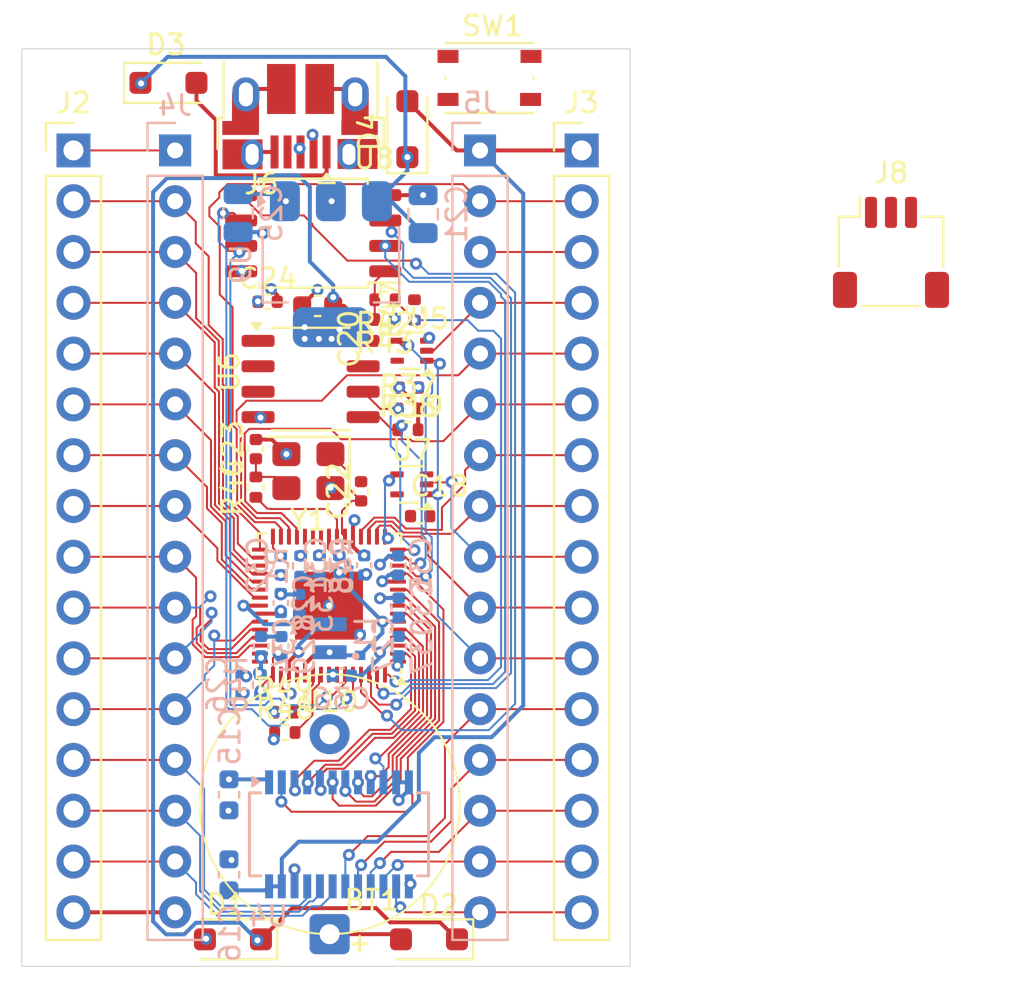
<source format=kicad_pcb>
(kicad_pcb (version 20241229) (generator "pcbnew") (generator_version "9.0")
  (layers (0 "F.Cu" signal) (4 "In1.Cu" signal) (6 "In2.Cu" signal) (2 "B.Cu" signal) (13 "F.Paste" user) (15 "B.Paste" user) (5 "F.SilkS" user "F.Silkscreen") (7 "B.SilkS" user "B.Silkscreen") (1 "F.Mask" user) (3 "B.Mask" user) (25 "Edge.Cuts" user))
  (net 0 "")
  (net 1 "/A13")
  (net 2 "/A3")
  (net 3 "/A4")
  (net 4 "/A7")
  (net 5 "/A8")
  (net 6 "/A14")
  (net 7 "/DQ4")
  (net 8 "/DQ2")
  (net 9 "/INTB_")
  (net 10 "/A5")
  (net 11 "/WE_")
  (net 12 "/A11")
  (net 13 "/DQ5")
  (net 14 "/A15")
  (net 15 "/A16")
  (net 16 "/DQ0")
  (net 17 "/DQ6")
  (net 18 "/A12")
  (net 19 "/CE_")
  (net 20 "+5V")
  (net 21 "/DQ3")
  (net 22 "/A10")
  (net 23 "/A1")
  (net 24 "/INTA_")
  (net 25 "/OE_")
  (net 26 "/DQ1")
  (net 27 "/A2")
  (net 28 "GND")
  (net 29 "/A0")
  (net 30 "/A9")
  (net 31 "/A6")
  (net 32 "/DQ7")
  (net 33 "/QSPI_SD2")
  (net 34 "/QSPI_SD1")
  (net 35 "VBUS")
  (net 36 "/QSPI_SS")
  (net 37 "/QSPI_SD3")
  (net 38 "/QSPI_SD0")
  (net 39 "/QSPI_SCLK")
  (net 40 "Net-(C23-Pad1)")
  (net 41 "+3V3")
  (net 42 "/XIN")
  (net 43 "/XOUT")
  (net 44 "/DQC0")
  (net 45 "/DQC2")
  (net 46 "/DQC1")
  (net 47 "/DQC4")
  (net 48 "/DQC5")
  (net 49 "/DQC7")
  (net 50 "/DQC3")
  (net 51 "/DQC6")
  (net 52 "/CE_WE")
  (net 53 "/CE_OE")
  (net 54 "/SWD")
  (net 55 "/SWCLK")
  (net 59 "+BATT")
  (net 60 "/SDA")
  (net 61 "/SCL")
  (net 62 "/VRTC")
  (net 64 "/RUN")
  (net 65 "+1V1")
  (net 66 "/D_DIR")
  (net 67 "/VREG_AVDD")
  (net 68 "/USB_D+")
  (net 70 "/USB_D-")
  (net 71 "/FLASH_SS")
  (net 72 "/~{USB_BOOT}")
  (net 73 "Net-(U10-USB_DP)")
  (net 74 "Net-(U10-USB_DM)")
  (net 75 "/VREG_LX")
  (net 76 "/VIN")
  (net 77 "Net-(R1-Pad2)")
  (footprint "Kicad_Personal:PinHeader_1x16_P2.54mm_Vertical_DIP_Diameter_Flipside" (layer "F.Cu") (at 111.76 63.5)
    (property "Reference" "J4")
    (property "Value" "DS1-16")
  )
  (footprint "Capacitor_SMD:C_0402_1005Metric" (layer "F.Cu") (at 116.3854 71.0692)
    (property "Reference" "C24")
    (property "Value" "100n")
  )
  (footprint "Resistor_SMD:R_0402_1005Metric" (layer "F.Cu") (at 123.3952 77.47)
    (property "Reference" "R38")
    (property "Value" "4k7")
  )
  (footprint "Button_Switch_SMD:SW_Push_1P1T_NO_Vertical_Wuerth_434133025816" (layer "F.Cu") (at 127.4748 59.876)
    (property "Reference" "SW1")
    (property "Value" "SW_Push")
  )
  (footprint "Kicad_Personal:SOIC-8_5.23x5.23mm_P1.27mm" (layer "F.Cu") (at 118.662 67.6402 180)
    (property "Reference" "U8")
    (property "Value" "W25Q128JVS")
  )
  (footprint "Diode_SMD:D_SOD-123F" (layer "F.Cu") (at 123.3678 62.4362 90)
    (property "Reference" "D4")
    (property "Value" "BZT52C6V8-7-F")
  )
  (footprint "Resistor_SMD:R_0402_1005Metric" (layer "F.Cu") (at 117.2444 92.6084)
    (property "Reference" "R48")
    (property "Value" "27")
  )
  (footprint "Capacitor_SMD:C_0402_1005Metric" (layer "F.Cu") (at 121.0564 80.546 90)
    (property "Reference" "C22")
    (property "Value" "15p")
  )
  (footprint "Capacitor_SMD:C_0402_1005Metric" (layer "F.Cu") (at 124.0054 81.788)
    (property "Reference" "C18")
    (property "Value" "100n")
  )
  (footprint "Resistor_SMD:R_0402_1005Metric" (layer "F.Cu") (at 115.7986 80.3382 90)
    (property "Reference" "R44")
    (property "Value" "1k")
  )
  (footprint "Diode_SMD:D_SOD-123F" (layer "F.Cu") (at 114.65 102.95 180)
    (property "Reference" "D1")
    (property "Value" "BZT52C6V8-7-F")
  )
  (footprint "Connector_PinHeader_2.54mm:PinHeader_1x16_P2.54mm_Vertical" (layer "F.Cu") (at 132.08 63.5)
    (property "Reference" "J3")
    (property "Value" "DBG17-32")
  )
  (footprint "Kicad_Personal:CR1225_H2" (layer "F.Cu") (at 119.4816 96.1922)
    (property "Reference" "BT1")
    (property "Value" "CR1225 H2")
  )
  (footprint "Resistor_SMD:R_0402_1005Metric" (layer "F.Cu") (at 123.7234 71.4776 90)
    (property "Reference" "R47")
    (property "Value" "1k")
  )
  (footprint "Package_SO:SOP-8_3.9x4.9mm_P1.27mm" (layer "F.Cu") (at 118.533 74.93)
    (property "Reference" "U6")
    (property "Value" "YSN8010SJ")
  )
  (footprint "Resistor_SMD:R_0402_1005Metric" (layer "F.Cu") (at 122.2482 71.9582 180)
    (property "Reference" "R43")
    (property "Value" "DNF")
  )
  (footprint "Connector_PinHeader_2.54mm:PinHeader_1x16_P2.54mm_Vertical" (layer "F.Cu") (at 106.68 63.5)
    (property "Reference" "J2")
    (property "Value" "DBG1-16")
  )
  (footprint "Package_DFN_QFN:QFN-60-1EP_7x7mm_P0.4mm_EP3.4x3.4mm" (layer "F.Cu") (at 119.45 86.2628 180)
    (property "Reference" "U10")
    (property "Value" "RP2350_60QFN")
  )
  (footprint "Resistor_SMD:R_0402_1005Metric" (layer "F.Cu") (at 122.2482 70.9676 180)
    (property "Reference" "R42")
    (property "Value" "0")
  )
  (footprint "Package_TO_SOT_SMD:Texas_R-PDSO-N5_DRL-5" (layer "F.Cu") (at 123.5998 73.5156 180)
    (property "Reference" "U5")
    (property "Value" "SN74LVC1G00DRL")
  )
  (footprint "Connector_USB:USB_Micro-B_Amphenol_10103594-0001LF_Horizontal" (layer "F.Cu") (at 118.0036 61.8128 180)
    (property "Reference" "J6")
    (property "Value" "USB_B_Micro")
  )
  (footprint "Connector_JST:JST_SH_SM03B-SRSS-TB_1x03-1MP_P1.00mm_Horizontal" (layer "F.Cu") (at 147.54 68.6)
    (property "Reference" "J8")
    (property "Value" "SM03B-SRSS-TB")
  )
  (footprint "Package_TO_SOT_SMD:Texas_R-PDSO-N5_DRL-5" (layer "F.Cu") (at 123.59 80.2 180)
    (property "Reference" "U7")
    (property "Value" "SN74LVC1G00DRL")
  )
  (footprint "Capacitor_SMD:C_0603_1608Metric" (layer "F.Cu") (at 118.885 71.2724 180)
    (property "Reference" "C20")
    (property "Value" "100n")
  )
  (footprint "Capacitor_SMD:C_0402_1005Metric" (layer "F.Cu") (at 115.7986 78.4378 90)
    (property "Reference" "C23")
    (property "Value" "15p")
  )
  (footprint "Kicad_Personal:PinHeader_1x16_P2.54mm_Vertical_DIP_Diameter_Flipside" (layer "F.Cu") (at 127 63.5)
    (property "Reference" "J5")
    (property "Value" "DS17-32")
  )
  (footprint "Resistor_SMD:R_0402_1005Metric" (layer "F.Cu") (at 123.4166 76.4286)
    (property "Reference" "R37")
    (property "Value" "4k7")
  )
  (footprint "Resistor_SMD:R_0402_1005Metric" (layer "F.Cu") (at 117.219 91.5924)
    (property "Reference" "R49")
    (property "Value" "27")
  )
  (footprint "Crystal:Crystal_SMD_3225-4Pin_3.2x2.5mm" (layer "F.Cu") (at 118.4226 79.537 180)
    (property "Reference" "Y1")
    (property "Value" "ABM8-272-T3")
  )
  (footprint "Diode_SMD:D_SOD-123F" (layer "F.Cu") (at 111.4268 60.1218)
    (property "Reference" "D3")
    (property "Value" "BZT52C6V8-7-F")
  )
  (footprint "Diode_SMD:D_SOD-123F" (layer "F.Cu") (at 124.45 102.95 180)
    (property "Reference" "D2")
    (property "Value" "BZT52C6V8-7-F")
  )
  (footprint "Capacitor_SMD:C_0402_1005Metric" (layer "F.Cu") (at 123.4414 75.3618)
    (property "Reference" "C19")
    (property "Value" "100n")
  )
  (footprint "Resistor_SMD:R_0402_1005Metric" (layer "B.Cu") (at 116.0272 90.2188 -90)
    (property "Reference" "R46")
    (property "Value" "33")
  )
  (footprint "Capacitor_SMD:C_0402_1005Metric" (layer "B.Cu") (at 122.936 88.2878 90)
    (property "Reference" "C37")
    (property "Value" "100n")
  )
  (footprint "Kicad_Personal:C_0402_1005Metric_small_pads" (layer "B.Cu") (at 115.0366 90.2138 -90)
    (property "Reference" "C26")
    (property "Value" "4.7u")
  )
  (footprint "Capacitor_SMD:C_0805_2012Metric" (layer "B.Cu") (at 124.1552 66.6852 90)
    (property "Reference" "C21")
    (property "Value" "10u")
  )
  (footprint "Package_TO_SOT_SMD:SOT-223-3_TabPin2" (layer "B.Cu") (at 119.5464 69.19 -90)
    (property "Reference" "U9")
    (property "Value" "NCP1117-3.3_SOT223")
  )
  (footprint "Kicad_Personal:C_0402_1005Metric_small_pads" (layer "B.Cu") (at 121.0056 88.2326 90)
    (property "Reference" "C27")
    (property "Value" "4.7u")
  )
  (footprint "Capacitor_SMD:C_0402_1005Metric" (layer "B.Cu") (at 117.9576 86.1848 90)
    (property "Reference" "C33")
    (property "Value" "100n")
  )
  (footprint "Capacitor_SMD:C_0402_1005Metric" (layer "B.Cu") (at 120.0938 89.7636)
    (property "Reference" "C36")
    (property "Value" "100n")
  )
  (footprint "Capacitor_SMD:C_0402_1005Metric" (layer "B.Cu") (at 119.9642 84.2544 -90)
    (property "Reference" "C31")
    (property "Value" "100n")
  )
  (footprint "Capacitor_SMD:C_0402_1005Metric" (layer "B.Cu") (at 122.9106 84.2544 90)
    (property "Reference" "C35")
    (property "Value" "100n")
  )
  (footprint "Capacitor_SMD:C_0603_1608Metric" (layer "B.Cu") (at 114.45 99.725 90)
    (property "Reference" "C16")
    (property "Value" "100n")
  )
  (footprint "Capacitor_SMD:C_0402_1005Metric" (layer "B.Cu") (at 117.0686 88.293 90)
    (property "Reference" "C29")
    (property "Value" "4.7u")
  )
  (footprint "Capacitor_SMD:C_0402_1005Metric" (layer "B.Cu") (at 122.936 86.3626 90)
    (property "Reference" "C30")
    (property "Value" "4.7u")
  )
  (footprint "Capacitor_SMD:C_0402_1005Metric" (layer "B.Cu") (at 117.0432 84.2492 -90)
    (property "Reference" "C32")
    (property "Value" "100n")
  )
  (footprint "Resistor_SMD:R_0402_1005Metric" (layer "B.Cu") (at 118.9736 84.2792 90)
    (property "Reference" "R45")
    (property "Value" "1k")
  )
  (footprint "Capacitor_SMD:C_0402_1005Metric" (layer "B.Cu") (at 121.2088 84.2492 -90)
    (property "Reference" "C38")
    (property "Value" "100n")
  )
  (footprint "Capacitor_SMD:C_0805_2012Metric" (layer "B.Cu") (at 114.9096 66.6344 90)
    (property "Reference" "C25")
    (property "Value" "10u")
  )
  (footprint "Kicad_Personal:L_pol_2016" (layer "B.Cu") (at 119.4816 87.8952 90)
    (property "Reference" "L1")
    (property "Value" "3.3u")
  )
  (footprint "Resistor_SMD:R_0402_1005Metric" (layer "B.Cu") (at 118.0338 84.2792 -90)
    (property "Reference" "R1")
    (property "Value" "0")
  )
  (footprint "Capacitor_SMD:C_0603_1608Metric" (layer "B.Cu") (at 114.45 95.725 -90)
    (property "Reference" "C15")
    (property "Value" "100n")
  )
  (footprint "Capacitor_SMD:C_0402_1005Metric" (layer "B.Cu") (at 116.0526 88.293 90)
    (property "Reference" "C34")
    (property "Value" "100n")
  )
  (footprint "Capacitor_SMD:C_0402_1005Metric" (layer "B.Cu") (at 117.0432 86.134 90)
    (property "Reference" "C28")
    (property "Value" "100n")
  )
  (footprint "Package_SO:SSOP-24_3.9x8.7mm_P0.635mm" (layer "B.Cu") (at 119.95 97.7 -90)
    (property "Reference" "U4")
    (property "Value" "SN74LVC8T245")
  )
  (gr_rect (start 104.1 58.4196) (end 134.5 104.3) (stroke (width 0.05)) (fill no) (layer "Edge.Cuts"))
  (segment (start 127 73.66) (end 132.08 73.66) (width 0.1) (layer "F.Cu") (net 1))
  (segment (start 120.354164 74.746) (end 125.914 74.746) (width 0.1) (layer "F.Cu") (net 1))
  (segment (start 119.084164 76.016) (end 120.354164 74.746) (width 0.1) (layer "F.Cu") (net 1))
  (segment (start 125.914 74.746) (end 127 73.66) (width 0.1) (layer "F.Cu") (net 1))
  (segment (start 115.82895 81.8896) (end 115.0588 81.11945) (width 0.1) (layer "F.Cu") (net 1))
  (segment (start 115.0588 81.11945) (end 115.0588 78.606357) (width 0.1) (layer "F.Cu") (net 1))
  (segment (start 116.9924 81.8896) (end 115.82895 81.8896) (width 0.1) (layer "F.Cu") (net 1))
  (segment (start 117.45 82.3472) (end 116.9924 81.8896) (width 0.1) (layer "F.Cu") (net 1))
  (segment (start 115.330744 76.016) (end 119.084164 76.016) (width 0.1) (layer "F.Cu") (net 1))
  (segment (start 114.832 77.155256) (end 114.832 76.514744) (width 0.1) (layer "F.Cu") (net 1))
  (segment (start 117.45 82.8128) (end 117.45 82.3472) (width 0.1) (layer "F.Cu") (net 1))
  (segment (start 115.0588 78.606357) (end 115.0376 78.585157) (width 0.1) (layer "F.Cu") (net 1))
  (segment (start 115.0376 77.360856) (end 114.832 77.155256) (width 0.1) (layer "F.Cu") (net 1))
  (segment (start 115.0376 78.585157) (end 115.0376 77.360856) (width 0.1) (layer "F.Cu") (net 1))
  (segment (start 114.832 76.514744) (end 115.330744 76.016) (width 0.1) (layer "F.Cu") (net 1))
  (segment (start 106.68 83.82) (end 111.76 83.82) (width 0.1) (layer "F.Cu") (net 2))
  (segment (start 112.811 86.795339) (end 112.6358 86.970539) (width 0.1) (layer "F.Cu") (net 2))
  (segment (start 114.92515 88.837) (end 115.49935 88.2628) (width 0.1) (layer "F.Cu") (net 2))
  (segment (start 115.49935 88.2628) (end 116 88.2628) (width 0.1) (layer "F.Cu") (net 2))
  (segment (start 111.76 83.82) (end 112.811 84.871) (width 0.1) (layer "F.Cu") (net 2))
  (segment (start 112.811 84.871) (end 112.811 86.795339) (width 0.1) (layer "F.Cu") (net 2))
  (segment (start 112.6358 86.970539) (end 112.6358 88.204351) (width 0.1) (layer "F.Cu") (net 2))
  (segment (start 113.26845 88.837) (end 114.92515 88.837) (width 0.1) (layer "F.Cu") (net 2))
  (segment (start 112.6358 88.204351) (end 113.26845 88.837) (width 0.1) (layer "F.Cu") (net 2))
  (segment (start 113.872171 84.019228) (end 113.872171 83.392171) (width 0.1) (layer "F.Cu") (net 3))
  (segment (start 113.872171 83.392171) (end 111.76 81.28) (width 0.1) (layer "F.Cu") (net 3))
  (segment (start 111.76 81.28) (end 106.68 81.28) (width 0.1) (layer "F.Cu") (net 3))
  (segment (start 116 85.8628) (end 115.715743 85.8628) (width 0.1) (layer "F.Cu") (net 3))
  (segment (start 115.715743 85.8628) (end 113.872171 84.019228) (width 0.1) (layer "F.Cu") (net 3))
  (segment (start 113.753998 75.653998) (end 113.753998 81.233104) (width 0.1) (layer "F.Cu") (net 4))
  (segment (start 113.753998 81.233104) (end 114.492601 81.971707) (width 0.1) (layer "F.Cu") (net 4))
  (segment (start 114.492601 83.555401) (end 115.6 84.6628) (width 0.1) (layer "F.Cu") (net 4))
  (segment (start 115.6 84.6628) (end 116 84.6628) (width 0.1) (layer "F.Cu") (net 4))
  (segment (start 111.76 73.66) (end 113.753998 75.653998) (width 0.1) (layer "F.Cu") (net 4))
  (segment (start 114.492601 81.971707) (end 114.492601 83.555401) (width 0.1) (layer "F.Cu") (net 4))
  (segment (start 106.68 73.66) (end 111.76 73.66) (width 0.1) (layer "F.Cu") (net 4))
  (segment (start 117.85 82.4128) (end 117.0728 81.6356) (width 0.1) (layer "F.Cu") (net 5))
  (segment (start 115.2376 77.651962) (end 115.470362 77.4192) (width 0.1) (layer "F.Cu") (net 5))
  (segment (start 115.857792 81.6356) (end 115.2588 81.036608) (width 0.1) (layer "F.Cu") (net 5))
  (segment (start 123.606572 78.041) (end 125.159 78.041) (width 0.1) (layer "F.Cu") (net 5))
  (segment (start 115.2588 81.036608) (end 115.2588 78.523515) (width 0.1) (layer "F.Cu") (net 5))
  (segment (start 117.85 82.8128) (end 117.85 82.4128) (width 0.1) (layer "F.Cu") (net 5))
  (segment (start 115.2376 78.502314) (end 115.2376 77.651962) (width 0.1) (layer "F.Cu") (net 5))
  (segment (start 115.2588 78.523515) (end 115.2376 78.502314) (width 0.1) (layer "F.Cu") (net 5))
  (segment (start 132.08 76.2) (end 127 76.2) (width 0.1) (layer "F.Cu") (net 5))
  (segment (start 115.470362 77.4192) (end 119.5324 77.4192) (width 0.1) (layer "F.Cu") (net 5))
  (segment (start 119.5324 77.4192) (end 120.0542 77.941) (width 0.1) (layer "F.Cu") (net 5))
  (segment (start 123.506572 77.941) (end 123.606572 78.041) (width 0.1) (layer "F.Cu") (net 5))
  (segment (start 120.0542 77.941) (end 123.506572 77.941) (width 0.1) (layer "F.Cu") (net 5))
  (segment (start 125.159 78.041) (end 127 76.2) (width 0.1) (layer "F.Cu") (net 5))
  (segment (start 117.0728 81.6356) (end 115.857792 81.6356) (width 0.1) (layer "F.Cu") (net 5))
  (segment (start 114.893601 81.805608) (end 114.893601 83.156401) (width 0.1) (layer "F.Cu") (net 6))
  (segment (start 113.9412 73.018357) (end 113.9412 75.275515) (width 0.1) (layer "F.Cu") (net 6))
  (segment (start 111.76 68.58) (end 112.811 69.631) (width 0.1) (layer "F.Cu") (net 6))
  (segment (start 112.811 69.631) (end 112.811 71.888158) (width 0.1) (layer "F.Cu") (net 6))
  (segment (start 115.6 83.8628) (end 116 83.8628) (width 0.1) (layer "F.Cu") (net 6))
  (segment (start 106.68 68.58) (end 111.76 68.58) (width 0.1) (layer "F.Cu") (net 6))
  (segment (start 114.154 75.488315) (end 114.154 81.066007) (width 0.1) (layer "F.Cu") (net 6))
  (segment (start 114.893601 83.156401) (end 115.6 83.8628) (width 0.1) (layer "F.Cu") (net 6))
  (segment (start 112.811 71.888158) (end 113.9412 73.018357) (width 0.1) (layer "F.Cu") (net 6))
  (segment (start 114.154 81.066007) (end 114.893601 81.805608) (width 0.1) (layer "F.Cu") (net 6))
  (segment (start 113.9412 75.275515) (end 114.154 75.488315) (width 0.1) (layer "F.Cu") (net 6))
  (segment (start 127 99.06) (end 132.08 99.06) (width 0.1) (layer "F.Cu") (net 7))
  (segment (start 123.063 99.06) (end 122.8852 99.2378) (width 0.1) (layer "F.Cu") (net 7))
  (segment (start 127 99.06) (end 123.063 99.06) (width 0.1) (layer "F.Cu") (net 7))
  (via (at 122.8852 99.2378) (size 0.6) (drill 0.3) (layers "F.Cu" "B.Cu") (net 7))
  (segment (start 122.1725 99.9) (end 122.1725 100.3) (width 0.1) (layer "B.Cu") (net 7))
  (segment (start 122.8347 99.2378) (end 122.1725 99.9) (width 0.1) (layer "B.Cu") (net 7))
  (segment (start 122.8852 99.2378) (end 122.8347 99.2378) (width 0.1) (layer "B.Cu") (net 7))
  (segment (start 106.68 99.06) (end 111.76 99.06) (width 0.1) (layer "F.Cu") (net 8))
  (segment (start 112.8078 100.1078) (end 112.8078 100.698884) (width 0.1) (layer "B.Cu") (net 8))
  (segment (start 119.6325 100.7) (end 119.6325 100.3) (width 0.1) (layer "B.Cu") (net 8))
  (segment (start 119.0335 101.299) (end 119.6325 100.7) (width 0.1) (layer "B.Cu") (net 8))
  (segment (start 113.880316 101.7714) (end 118.123784 101.7714) (width 0.1) (layer "B.Cu") (net 8))
  (segment (start 118.596184 101.299) (end 119.0335 101.299) (width 0.1) (layer "B.Cu") (net 8))
  (segment (start 112.8078 100.698884) (end 113.880316 101.7714) (width 0.1) (layer "B.Cu") (net 8))
  (segment (start 111.76 99.06) (end 112.8078 100.1078) (width 0.1) (layer "B.Cu") (net 8))
  (segment (start 118.123784 101.7714) (end 118.596184 101.299) (width 0.1) (layer "B.Cu") (net 8))
  (segment (start 106.68 63.5) (end 111.76 63.5) (width 0.1) (layer "F.Cu") (net 9))
  (segment (start 114.092601 83.955401) (end 114.092601 82.137393) (width 0.1) (layer "F.Cu") (net 10))
  (segment (start 106.68 78.74) (end 111.76 78.74) (width 0.1) (layer "F.Cu") (net 10))
  (segment (start 116 85.4628) (end 115.6 85.4628) (width 0.1) (layer "F.Cu") (net 10))
  (segment (start 113.353999 80.333999) (end 111.76 78.74) (width 0.1) (layer "F.Cu") (net 10))
  (segment (start 114.092601 82.137393) (end 113.353999 81.398791) (width 0.1) (layer "F.Cu") (net 10))
  (segment (start 115.6 85.4628) (end 114.092601 83.955401) (width 0.1) (layer "F.Cu") (net 10))
  (segment (start 113.353999 81.398791) (end 113.353999 80.333999) (width 0.1) (layer "F.Cu") (net 10))
  (segment (start 127 71.1904) (end 127 71.12) (width 0.1) (layer "F.Cu") (net 11))
  (segment (start 124.6748 73.5156) (end 127 71.1904) (width 0.1) (layer "F.Cu") (net 11))
  (segment (start 132.08 71.12) (end 127 71.12) (width 0.1) (layer "F.Cu") (net 11))
  (segment (start 124.3398 73.5156) (end 124.6748 73.5156) (width 0.1) (layer "F.Cu") (net 11))
  (segment (start 124.087908 82.6098) (end 123.170158 82.6098) (width 0.1) (layer "F.Cu") (net 12))
  (segment (start 121.45 82.4128) (end 121.45 82.8128) (width 0.1) (layer "F.Cu") (net 12))
  (segment (start 121.801 82.0618) (end 121.45 82.4128) (width 0.1) (layer "F.Cu") (net 12))
  (segment (start 124.151909 82.6738) (end 124.087908 82.6098) (width 0.1) (layer "F.Cu") (net 12))
  (segment (start 125.6062 82.6738) (end 124.151909 82.6738) (width 0.1) (layer "F.Cu") (net 12))
  (segment (start 122.622158 82.0618) (end 121.801 82.0618) (width 0.1) (layer "F.Cu") (net 12))
  (segment (start 123.170158 82.6098) (end 122.622158 82.0618) (width 0.1) (layer "F.Cu") (net 12))
  (segment (start 132.08 81.28) (end 127 81.28) (width 0.1) (layer "F.Cu") (net 12))
  (segment (start 127 81.28) (end 125.6062 82.6738) (width 0.1) (layer "F.Cu") (net 12))
  (segment (start 124.7394 98.5774) (end 122.555 98.5774) (width 0.1) (layer "F.Cu") (net 13))
  (segment (start 132.08 96.52) (end 127 96.52) (width 0.1) (layer "F.Cu") (net 13))
  (segment (start 127 96.52) (end 124.9426 98.5774) (width 0.1) (layer "F.Cu") (net 13))
  (segment (start 122.555 98.5774) (end 121.9962 99.1362) (width 0.1) (layer "F.Cu") (net 13))
  (segment (start 124.9426 98.5774) (end 124.7394 98.5774) (width 0.1) (layer "F.Cu") (net 13))
  (via (at 121.9962 99.1362) (size 0.6) (drill 0.3) (layers "F.Cu" "B.Cu") (net 13))
  (segment (start 121.9962 99.1362) (end 121.5375 99.5949) (width 0.1) (layer "B.Cu") (net 13))
  (segment (start 121.5375 99.5949) (end 121.5375 100.3) (width 0.1) (layer "B.Cu") (net 13))
  (segment (start 113.991534 70.70599) (end 114.632 71.346456) (width 0.1) (layer "F.Cu") (net 14))
  (segment (start 116.757064 82.0928) (end 117.05 82.385736) (width 0.1) (layer "F.Cu") (net 14))
  (segment (start 113.472027 66.794892) (end 113.991534 67.314399) (width 0.1) (layer "F.Cu") (net 14))
  (segment (start 114.8588 79.8068) (end 114.8588 81.202292) (width 0.1) (layer "F.Cu") (net 14))
  (segment (start 113.9698 65.85496) (end 113.472027 66.352733) (width 0.1) (layer "F.Cu") (net 14))
  (segment (start 132.08 66.04) (end 127 66.04) (width 0.1) (layer "F.Cu") (net 14))
  (segment (start 114.383164 65.1842) (end 113.9698 65.597564) (width 0.1) (layer "F.Cu") (net 14))
  (segment (start 126.1442 65.1842) (end 114.383164 65.1842) (width 0.1) (layer "F.Cu") (net 14))
  (segment (start 113.472027 66.352733) (end 113.472027 66.794892) (width 0.1) (layer "F.Cu") (net 14))
  (segment (start 127 66.04) (end 126.1442 65.1842) (width 0.1) (layer "F.Cu") (net 14))
  (segment (start 113.9698 65.597564) (end 113.9698 65.85496) (width 0.1) (layer "F.Cu") (net 14))
  (segment (start 114.8376 77.443698) (end 114.8376 79.7856) (width 0.1) (layer "F.Cu") (net 14))
  (segment (start 117.05 82.385736) (end 117.05 82.8128) (width 0.1) (layer "F.Cu") (net 14))
  (segment (start 113.991534 67.314399) (end 113.991534 70.70599) (width 0.1) (layer "F.Cu") (net 14))
  (segment (start 114.8376 79.7856) (end 114.8588 79.8068) (width 0.1) (layer "F.Cu") (net 14))
  (segment (start 114.632 77.238098) (end 114.8376 77.443698) (width 0.1) (layer "F.Cu") (net 14))
  (segment (start 114.632 71.346456) (end 114.632 77.238098) (width 0.1) (layer "F.Cu") (net 14))
  (segment (start 115.749308 82.0928) (end 116.757064 82.0928) (width 0.1) (layer "F.Cu") (net 14))
  (segment (start 114.8588 81.202292) (end 115.749308 82.0928) (width 0.1) (layer "F.Cu") (net 14))
  (segment (start 111.76 66.04) (end 106.68 66.04) (width 0.1) (layer "F.Cu") (net 15))
  (segment (start 114.1412 72.935514) (end 113.4364 72.230716) (width 0.1) (layer "F.Cu") (net 15))
  (segment (start 116 82.626334) (end 114.5572 81.183534) (width 0.1) (layer "F.Cu") (net 15))
  (segment (start 112.792957 68.154517) (end 112.792957 67.072957) (width 0.1) (layer "F.Cu") (net 15))
  (segment (start 114.432 77.32094) (end 114.432 75.483472) (width 0.1) (layer "F.Cu") (net 15))
  (segment (start 114.432 75.483472) (end 114.1412 75.192672) (width 0.1) (layer "F.Cu") (net 15))
  (segment (start 113.4364 72.230716) (end 113.4364 68.79796) (width 0.1) (layer "F.Cu") (net 15))
  (segment (start 114.1412 75.192672) (end 114.1412 72.935514) (width 0.1) (layer "F.Cu") (net 15))
  (segment (start 112.792957 67.072957) (end 111.76 66.04) (width 0.1) (layer "F.Cu") (net 15))
  (segment (start 114.5572 81.183534) (end 114.5572 77.44614) (width 0.1) (layer "F.Cu") (net 15))
  (segment (start 116 83.4628) (end 116 82.626334) (width 0.1) (layer "F.Cu") (net 15))
  (segment (start 114.5572 77.44614) (end 114.432 77.32094) (width 0.1) (layer "F.Cu") (net 15))
  (segment (start 113.4364 68.79796) (end 112.792957 68.154517) (width 0.1) (layer "F.Cu") (net 15))
  (segment (start 106.68 93.98) (end 111.76 93.98) (width 0.1) (layer "F.Cu") (net 16))
  (segment (start 113.2078 100.457) (end 114.0206 101.2698) (width 0.1) (layer "B.Cu") (net 16))
  (segment (start 111.76 93.98) (end 113.2078 95.4278) (width 0.1) (layer "B.Cu") (net 16))
  (segment (start 118.3625 100.883657) (end 118.3625 100.3) (width 0.1) (layer "B.Cu") (net 16))
  (segment (start 114.0206 101.2698) (end 117.976358 101.2698) (width 0.1) (layer "B.Cu") (net 16))
  (segment (start 117.976358 101.2698) (end 118.3625 100.883657) (width 0.1) (layer "B.Cu") (net 16))
  (segment (start 113.2078 95.4278) (end 113.2078 100.457) (width 0.1) (layer "B.Cu") (net 16))
  (segment (start 125.5776 97.028) (end 124.5616 98.044) (width 0.1) (layer "F.Cu") (net 17))
  (segment (start 124.5616 98.0694) (end 122.2248 98.0694) (width 0.1) (layer "F.Cu") (net 17))
  (segment (start 122.2248 98.0694) (end 121.0564 99.2378) (width 0.1) (layer "F.Cu") (net 17))
  (segment (start 125.5776 95.4024) (end 125.5776 97.028) (width 0.1) (layer "F.Cu") (net 17))
  (segment (start 127 93.98) (end 132.08 93.98) (width 0.1) (layer "F.Cu") (net 17))
  (segment (start 127 93.98) (end 125.5776 95.4024) (width 0.1) (layer "F.Cu") (net 17))
  (segment (start 124.5616 98.044) (end 124.5616 98.0694) (width 0.1) (layer "F.Cu") (net 17))
  (via (at 121.0564 99.2378) (size 0.6) (drill 0.3) (layers "F.Cu" "B.Cu") (net 17))
  (segment (start 120.9025 99.3917) (end 120.9025 100.3) (width 0.1) (layer "B.Cu") (net 17))
  (segment (start 121.0564 99.2378) (end 120.9025 99.3917) (width 0.1) (layer "B.Cu") (net 17))
  (segment (start 116 84.2628) (end 115.482842 84.2628) (width 0.1) (layer "F.Cu") (net 18))
  (segment (start 113.7412 73.1012) (end 111.76 71.12) (width 0.1) (layer "F.Cu") (net 18))
  (segment (start 114.693601 81.888451) (end 113.954 81.14885) (width 0.1) (layer "F.Cu") (net 18))
  (segment (start 113.7412 75.358357) (end 113.7412 73.1012) (width 0.1) (layer "F.Cu") (net 18))
  (segment (start 113.954 81.14885) (end 113.954 75.571157) (width 0.1) (layer "F.Cu") (net 18))
  (segment (start 114.693601 83.473559) (end 114.693601 81.888451) (width 0.1) (layer "F.Cu") (net 18))
  (segment (start 115.482842 84.2628) (end 114.693601 83.473559) (width 0.1) (layer "F.Cu") (net 18))
  (segment (start 113.954 75.571157) (end 113.7412 75.358357) (width 0.1) (layer "F.Cu") (net 18))
  (segment (start 111.76 71.12) (end 106.68 71.12) (width 0.1) (layer "F.Cu") (net 18))
  (segment (start 124.3398 74.0156) (end 124.841 74.0156) (width 0.1) (layer "F.Cu") (net 19))
  (segment (start 127 88.9) (end 132.08 88.9) (width 0.1) (layer "F.Cu") (net 19))
  (segment (start 124.8876 80.7) (end 124.8918 80.6958) (width 0.1) (layer "F.Cu") (net 19))
  (segment (start 124.841 74.0156) (end 124.9934 74.168) (width 0.1) (layer "F.Cu") (net 19))
  (segment (start 124.33 80.7) (end 124.8876 80.7) (width 0.1) (layer "F.Cu") (net 19))
  (via (at 124.8918 80.6958) (size 0.6) (drill 0.3) (layers "F.Cu" "B.Cu") (net 19))
  (via (at 124.9934 74.168) (size 0.6) (drill 0.3) (layers "F.Cu" "B.Cu") (net 19))
  (segment (start 124.8918 80.6958) (end 124.8918 86.7918) (width 0.1) (layer "B.Cu") (net 19))
  (segment (start 124.8918 74.2696) (end 124.8918 80.6958) (width 0.1) (layer "B.Cu") (net 19))
  (segment (start 124.9934 74.168) (end 124.8918 74.2696) (width 0.1) (layer "B.Cu") (net 19))
  (segment (start 124.8918 86.7918) (end 127 88.9) (width 0.1) (layer "B.Cu") (net 19))
  (segment (start 127 63.5) (end 132.08 63.5) (width 0.2) (layer "F.Cu") (net 20))
  (segment (start 125.8316 63.5) (end 123.3678 61.0362) (width 0.2) (layer "F.Cu") (net 20))
  (segment (start 127 63.5) (end 125.8316 63.5) (width 0.2) (layer "F.Cu") (net 20))
  (segment (start 127.579313 92.842) (end 129.159 91.262313) (width 0.2) (layer "B.Cu") (net 20))
  (segment (start 123.9435 93.6259) (end 124.7274 92.842) (width 0.2) (layer "B.Cu") (net 20))
  (segment (start 129.159 91.262313) (end 129.159 65.659) (width 0.2) (layer "B.Cu") (net 20))
  (segment (start 116.4575 100.3) (end 117.0925 100.3) (width 0.2) (layer "B.Cu") (net 20))
  (segment (start 114.45 100.5) (end 116.2575 100.5) (width 0.2) (layer "B.Cu") (net 20))
  (segment (start 123.9435 96.001) (end 123.9435 93.6259) (width 0.2) (layer "B.Cu") (net 20))
  (segment (start 116.2575 100.5) (end 116.4575 100.3) (width 0.2) (layer "B.Cu") (net 20))
  (segment (start 129.159 65.659) (end 127 63.5) (width 0.2) (layer "B.Cu") (net 20))
  (segment (start 117.0925 98.9091) (end 117.9322 98.0694) (width 0.2) (layer "B.Cu") (net 20))
  (segment (start 124.7274 92.842) (end 127.579313 92.842) (width 0.2) (layer "B.Cu") (net 20))
  (segment (start 117.9322 98.0694) (end 121.8751 98.0694) (width 0.2) (layer "B.Cu") (net 20))
  (segment (start 117.0925 100.3) (end 117.0925 98.9091) (width 0.2) (layer "B.Cu") (net 20))
  (segment (start 121.8751 98.0694) (end 123.9435 96.001) (width 0.2) (layer "B.Cu") (net 20))
  (segment (start 132.08 101.6) (end 127 101.6) (width 0.1) (layer "F.Cu") (net 21))
  (segment (start 127 101.6) (end 123.26847 101.6) (width 0.1) (layer "F.Cu") (net 21))
  (segment (start 123.26847 101.6) (end 123.012357 101.343887) (width 0.1) (layer "F.Cu") (net 21))
  (via (at 123.012357 101.343887) (size 0.6) (drill 0.3) (layers "F.Cu" "B.Cu") (net 21))
  (segment (start 122.8075 101.13903) (end 122.8075 100.3) (width 0.1) (layer "B.Cu") (net 21))
  (segment (start 123.012357 101.343887) (end 122.8075 101.13903) (width 0.1) (layer "B.Cu") (net 21))
  (segment (start 124.4034 83.7634) (end 127 86.36) (width 0.1) (layer "F.Cu") (net 22))
  (segment (start 122.001 82.2618) (end 122.539316 82.2618) (width 0.1) (layer "F.Cu") (net 22))
  (segment (start 124.005066 82.8098) (end 124.4034 83.208134) (width 0.1) (layer "F.Cu") (net 22))
  (segment (start 124.4034 83.208134) (end 124.4034 83.7634) (width 0.1) (layer "F.Cu") (net 22))
  (segment (start 123.087316 82.8098) (end 124.005066 82.8098) (width 0.1) (layer "F.Cu") (net 22))
  (segment (start 132.08 86.36) (end 127 86.36) (width 0.1) (layer "F.Cu") (net 22))
  (segment (start 121.85 82.4128) (end 122.001 82.2618) (width 0.1) (layer "F.Cu") (net 22))
  (segment (start 122.539316 82.2618) (end 123.087316 82.8098) (width 0.1) (layer "F.Cu") (net 22))
  (segment (start 121.85 82.8128) (end 121.85 82.4128) (width 0.1) (layer "F.Cu") (net 22))
  (segment (start 113.0358 88.038666) (end 113.0358 87.475334) (width 0.1) (layer "F.Cu") (net 23))
  (segment (start 115.530466 87.4628) (end 114.556266 88.437) (width 0.1) (layer "F.Cu") (net 23))
  (segment (start 113.584239 86.926895) (end 113.584239 86.619744) (width 0.1) (layer "F.Cu") (net 23))
  (segment (start 106.68 88.9) (end 111.76 88.9) (width 0.1) (layer "F.Cu") (net 23))
  (segment (start 114.556266 88.437) (end 113.434134 88.437) (width 0.1) (layer "F.Cu") (net 23))
  (segment (start 113.434134 88.437) (end 113.0358 88.038666) (width 0.1) (layer "F.Cu") (net 23))
  (segment (start 116 87.4628) (end 115.530466 87.4628) (width 0.1) (layer "F.Cu") (net 23))
  (segment (start 113.0358 87.475334) (end 113.584239 86.926895) (width 0.1) (layer "F.Cu") (net 23))
  (via (at 113.584239 86.619744) (size 0.6) (drill 0.3) (layers "F.Cu" "B.Cu") (net 23))
  (segment (start 113.584239 87.075761) (end 113.584239 86.619744) (width 0.1) (layer "B.Cu") (net 23))
  (segment (start 111.76 88.9) (end 113.584239 87.075761) (width 0.1) (layer "B.Cu") (net 23))
  (segment (start 127 68.58) (end 132.08 68.58) (width 0.1) (layer "F.Cu") (net 24))
  (segment (start 125.548943 80.101) (end 125.5718 80.078143) (width 0.1) (layer "F.Cu") (net 25))
  (segment (start 127 83.82) (end 132.08 83.82) (width 0.1) (layer "F.Cu") (net 25))
  (segment (start 124.33 80.2) (end 124.429 80.101) (width 0.1) (layer "F.Cu") (net 25))
  (segment (start 124.429 80.101) (end 125.548943 80.101) (width 0.1) (layer "F.Cu") (net 25))
  (via (at 125.5718 80.078143) (size 0.6) (drill 0.3) (layers "F.Cu" "B.Cu") (net 25))
  (segment (start 127 83.82) (end 125.5718 82.3918) (width 0.1) (layer "B.Cu") (net 25))
  (segment (start 125.5718 82.3918) (end 125.5718 80.078143) (width 0.1) (layer "B.Cu") (net 25))
  (segment (start 111.76 96.52) (end 106.68 96.52) (width 0.1) (layer "F.Cu") (net 26))
  (segment (start 118.6465 101.051) (end 118.478 101.051) (width 0.1) (layer "B.Cu") (net 26))
  (segment (start 118.9975 100.3) (end 118.9975 100.7) (width 0.1) (layer "B.Cu") (net 26))
  (segment (start 113.0078 100.539843) (end 113.0078 97.7678) (width 0.1) (layer "B.Cu") (net 26))
  (segment (start 118.478 101.051) (end 117.9576 101.5714) (width 0.1) (layer "B.Cu") (net 26))
  (segment (start 113.0078 97.7678) (end 111.76 96.52) (width 0.1) (layer "B.Cu") (net 26))
  (segment (start 114.039358 101.5714) (end 113.0078 100.539843) (width 0.1) (layer "B.Cu") (net 26))
  (segment (start 117.9576 101.5714) (end 114.039358 101.5714) (width 0.1) (layer "B.Cu") (net 26))
  (segment (start 118.9975 100.7) (end 118.6465 101.051) (width 0.1) (layer "B.Cu") (net 26))
  (segment (start 111.76 86.36) (end 106.68 86.36) (width 0.1) (layer "F.Cu") (net 27))
  (segment (start 114.8258 88.637) (end 115.6 87.8628) (width 0.1) (layer "F.Cu") (net 27))
  (segment (start 115.6 87.8628) (end 116 87.8628) (width 0.1) (layer "F.Cu") (net 27))
  (segment (start 113.011001 86.31478) (end 113.011001 87.217291) (width 0.1) (layer "F.Cu") (net 27))
  (segment (start 113.528257 85.797524) (end 113.011001 86.31478) (width 0.1) (layer "F.Cu") (net 27))
  (segment (start 112.8358 88.121508) (end 113.351292 88.637) (width 0.1) (layer "F.Cu") (net 27))
  (segment (start 113.011001 87.217291) (end 112.8358 87.392492) (width 0.1) (layer "F.Cu") (net 27))
  (segment (start 112.8358 87.392492) (end 112.8358 88.121508) (width 0.1) (layer "F.Cu") (net 27))
  (segment (start 113.351292 88.637) (end 114.8258 88.637) (width 0.1) (layer "F.Cu") (net 27))
  (via (at 113.528257 85.797524) (size 0.6) (drill 0.3) (layers "F.Cu" "B.Cu") (net 27))
  (segment (start 112.965781 86.36) (end 113.528257 85.797524) (width 0.1) (layer "B.Cu") (net 27))
  (segment (start 111.76 86.36) (end 112.965781 86.36) (width 0.1) (layer "B.Cu") (net 27))
  (segment (start 123.9214 75.3618) (end 123.9214 75.3416) (width 0.2) (layer "F.Cu") (net 28))
  (segment (start 123.9214 75.3416) (end 123.9266 75.3364) (width 0.2) (layer "F.Cu") (net 28))
  (segment (start 124.3398 73.0156) (end 124.3398 72.9858) (width 0.2) (layer "F.Cu") (net 28))
  (segment (start 115.7286 63.5778) (end 115.6086 63.6978) (width 0.2) (layer "F.Cu") (net 28))
  (segment (start 111.76 101.6) (end 106.68 101.6) (width 0.2) (layer "F.Cu") (net 28))
  (segment (start 117.338449 90.661963) (end 117.53527 90.661963) (width 0.2) (layer "F.Cu") (net 28))
  (segment (start 115.908 76.835) (end 116.0018 76.835) (width 0.2) (layer "F.Cu") (net 28))
  (segment (start 124.3398 72.9858) (end 124.46 72.8656) (width 0.2) (layer "F.Cu") (net 28))
  (segment (start 119.5226 80.3754) (end 119.5324 80.3656) (width 0.2) (layer "F.Cu") (net 28))
  (segment (start 116.5934 77.9578) (end 117.3226 78.687) (width 0.2) (layer "F.Cu") (net 28))
  (segment (start 116.8654 71.0692) (end 116.8654 70.740872) (width 0.2) (layer "F.Cu") (net 28))
  (segment (start 120.4886 60.4278) (end 120.7586 60.6978) (width 0.2) (layer "F.Cu") (net 28))
  (segment (start 116.8654 70.740872) (end 116.557549 70.433021) (width 0.2) (layer "F.Cu") (net 28))
  (segment (start 115.5686 60.4278) (end 115.2986 60.6978) (width 0.2) (layer "F.Cu") (net 28))
  (segment (start 116.0018 76.835) (end 116.0272 76.8604) (width 0.2) (layer "F.Cu") (net 28))
  (segment (start 117.05 89.7128) (end 117.05 90.373514) (width 0.2) (layer "F.Cu") (net 28))
  (segment (start 118.9886 60.4278) (end 120.4886 60.4278) (width 0.2) (layer "F.Cu") (net 28))
  (segment (start 122.262 65.7352) (end 124.1552 65.7352) (width 0.2) (layer "F.Cu") (net 28))
  (segment (start 118.11 71.2724) (end 118.11 71.245197) (width 0.2) (layer "F.Cu") (net 28))
  (segment (start 118.11 71.245197) (end 118.879633 70.475564) (width 0.2) (layer "F.Cu") (net 28))
  (segment (start 119.5226 80.387) (end 119.5226 80.3754) (width 0.2) (layer "F.Cu") (net 28))
  (segment (start 115.7986 77.9578) (end 116.5934 77.9578) (width 0.2) (layer "F.Cu") (net 28))
  (segment (start 117.05 90.373514) (end 117.338449 90.661963) (width 0.2) (layer "F.Cu") (net 28))
  (segment (start 116.7286 63.5778) (end 115.7286 63.5778) (width 0.2) (layer "F.Cu") (net 28))
  (segment (start 117.0686 60.4278) (end 115.5686 60.4278) (width 0.2) (layer "F.Cu") (net 28))
  (via (at 114.427 96.52) (size 0.6) (drill 0.3) (layers "F.Cu" "B.Cu") (net 28))
  (via (at 119.45 86.2628) (size 0.6) (drill 0.3) (layers "F.Cu" "B.Cu") (net 28))
  (via (at 117.53527 90.661963) (size 0.6) (drill 0.3) (layers "F.Cu" "B.Cu") (net 28))
  (via (at 117.0432 85.6996) (size 0.6) (drill 0.3) (layers "F.Cu" "B.Cu") (net 28))
  (via (at 124.46 72.8656) (size 0.6) (drill 0.3) (layers "F.Cu" "B.Cu") (net 28))
  (via (at 117.0432 84.7344) (size 0.6) (drill 0.3) (layers "F.Cu" "B.Cu") (net 28))
  (via (at 122.936 95.9866) (size 0.6) (drill 0.3) (layers "F.Cu" "B.Cu") (net 28))
  (via (at 122.000374 84.214219) (size 0.6) (drill 0.3) (layers "F.Cu" "B.Cu") (net 28))
  (via (at 117.2972 66.04) (size 0.6) (drill 0.3) (layers "F.Cu" "B.Cu") (net 28))
  (via (at 117.727501 99.453474) (size 0.6) (drill 0.3) (layers "F.Cu" "B.Cu") (net 28))
  (via (at 121.3104 84.6836) (size 0.6) (drill 0.3) (layers "F.Cu" "B.Cu") (net 28))
  (via (at 121.0056 87.7176) (size 0.6) (drill 0.3) (layers "F.Cu" "B.Cu") (net 28))
  (via (at 123.9266 75.3364) (size 0.6) (drill 0.3) (layers "F.Cu" "B.Cu") (net 28))
  (via (at 116.557549 70.433021) (size 0.6) (drill 0.3) (layers "F.Cu" "B.Cu") (net 28))
  (via (at 117.3226 78.687) (size 0.6) (drill 0.3) (layers "F.Cu" "B.Cu") (net 28))
  (via (at 114.5794 98.9838) (size 0.6) (drill 0.3) (layers "F.Cu" "B.Cu") (net 28))
  (via (at 118.9482 83.7438) (size 0.6) (drill 0.3) (layers "F.Cu" "B.Cu") (net 28))
  (via (at 118.879633 70.475564) (size 0.6) (drill 0.3) (layers "F.Cu" "B.Cu") (net 28))
  (via (at 119.5324 80.3656) (size 0.6) (drill 0.3) (layers "F.Cu" "B.Cu") (net 28))
  (via (at 122.000016 88.603766) (size 0.6) (drill 0.3) (layers "F.Cu" "B.Cu") (net 28))
  (via (at 124.1552 65.7352) (size 0.6) (drill 0.3) (layers "F.Cu" "B.Cu") (net 28))
  (via (at 119.958834 84.605489) (size 0.6) (drill 0.3) (layers "F.Cu" "B.Cu") (net 28))
  (via (at 122 85.897346) (size 0.6) (drill 0.3) (layers "F.Cu" "B.Cu") (net 28))
  (via (at 115.189061 90.639227) (size 0.6) (drill 0.3) (layers "F.Cu" "B.Cu") (net 28))
  (via (at 123.5202 100.1776) (size 0.6) (drill 0.3) (layers "F.Cu" "B.Cu") (net 28))
  (via (at 116.0272 76.8604) (size 0.6) (drill 0.3) (layers "F.Cu" "B.Cu") (net 28))
  (segment (start 117.0432 84.7292) (end 117.0432 84.7344) (width 0.2) (layer "B.Cu") (net 28))
  (segment (start 122.000016 88.855184) (end 122.000016 88.603766) (width 0.2) (layer "B.Cu") (net 28))
  (segment (start 123.4425 100.2553) (end 123.5202 100.1776) (width 0.2) (layer "B.Cu") (net 28))
  (segment (start 122.936 87.8078) (end 122.795982 87.8078) (width 0.2) (layer "B.Cu") (net 28))
  (segment (start 123.4425 95.4801) (end 122.936 95.9866) (width 0.2) (layer "B.Cu") (net 28))
  (segment (start 121.2648 84.7292) (end 121.3104 84.6836) (width 0.2) (layer "B.Cu") (net 28))
  (segment (start 119.9642 84.610855) (end 119.958834 84.605489) (width 0.2) (layer "B.Cu") (net 28))
  (segment (start 114.9096 65.6844) (end 116.8908 65.6844) (width 0.2) (layer "B.Cu") (net 28))
  (segment (start 115.189061 90.649109) (end 115.189061 90.639227) (width 0.2) (layer "B.Cu") (net 28))
  (segment (start 122.936 85.8826) (end 122.014746 85.8826) (width 0.2) (layer "B.Cu") (net 28))
  (segment (start 114.45 96.5) (end 114.447 96.5) (width 0.2) (layer "B.Cu") (net 28))
  (segment (start 121.0916 89.7636) (end 122.000016 88.855184) (width 0.2) (layer "B.Cu") (net 28))
  (segment (start 117.0686 87.813) (end 116.0526 87.813) (width 0.2) (layer "B.Cu") (net 28))
  (segment (start 117.7275 100.3) (end 117.727501 99.453474) (width 0.2) (layer "B.Cu") (net 28))
  (segment (start 114.447 96.5) (end 114.427 96.52) (width 0.2) (layer "B.Cu") (net 28))
  (segment (start 114.45 98.95) (end 114.5456 98.95) (width 0.2) (layer "B.Cu") (net 28))
  (segment (start 122.440193 83.7744) (end 122.000374 84.214219) (width 0.2) (layer "B.Cu") (net 28))
  (segment (start 122.8075 95.1) (end 123.4425 95.1) (width 0.2) (layer "B.Cu") (net 28))
  (segment (start 122.795982 87.8078) (end 122.000016 88.603766) (width 0.2) (layer "B.Cu") (net 28))
  (segment (start 123.4425 100.3) (end 123.4425 100.2553) (width 0.2) (layer "B.Cu") (net 28))
  (segment (start 120.5738 89.7636) (end 121.0916 89.7636) (width 0.2) (layer "B.Cu") (net 28))
  (segment (start 121.2088 84.7292) (end 121.2648 84.7292) (width 0.2) (layer "B.Cu") (net 28))
  (segment (start 115.0366 90.7288) (end 115.10937 90.7288) (width 0.2) (layer "B.Cu") (net 28))
  (segment (start 117.9576 85.7048) (end 117.0484 85.7048) (width 0.2) (layer "B.Cu") (net 28))
  (segment (start 123.4425 95.1) (end 123.4425 95.4801) (width 0.2) (layer "B.Cu") (net 28))
  (segment (start 117.2464 66.04) (end 117.2972 66.04) (width 0.2) (layer "B.Cu") (net 28))
  (segment (start 115.10937 90.7288) (end 115.189061 90.649109) (width 0.2) (layer "B.Cu") (net 28))
  (segment (start 117.0484 85.7048) (end 117.0432 85.6996) (width 0.2) (layer "B.Cu") (net 28))
  (segment (start 114.5456 98.95) (end 114.5794 98.9838) (width 0.2) (layer "B.Cu") (net 28))
  (segment (start 122.014746 85.8826) (end 122 85.897346) (width 0.2) (layer "B.Cu") (net 28))
  (segment (start 116.8908 65.6844) (end 117.2464 66.04) (width 0.2) (layer "B.Cu") (net 28))
  (segment (start 119.9642 84.7344) (end 119.9642 84.610855) (width 0.2) (layer "B.Cu") (net 28))
  (segment (start 118.9736 83.7692) (end 118.9482 83.7438) (width 0.2) (layer "B.Cu") (net 28))
  (segment (start 122.9106 83.7744) (end 122.440193 83.7744) (width 0.2) (layer "B.Cu") (net 28))
  (segment (start 113.792 87.8332) (end 113.7158 87.757) (width 0.1) (layer "F.Cu") (net 29))
  (segment (start 115.6292 87.0628) (end 114.681 88.011) (width 0.1) (layer "F.Cu") (net 29))
  (segment (start 113.792 88.011) (end 113.792 87.8332) (width 0.1) (layer "F.Cu") (net 29))
  (segment (start 111.76 91.44) (end 106.68 91.44) (width 0.1) (layer "F.Cu") (net 29))
  (segment (start 116 87.0628) (end 115.6292 87.0628) (width 0.1) (layer "F.Cu") (net 29))
  (segment (start 114.681 88.011) (end 113.792 88.011) (width 0.1) (layer "F.Cu") (net 29))
  (via (at 113.7158 87.757) (size 0.6) (drill 0.3) (layers "F.Cu" "B.Cu") (net 29))
  (segment (start 113.2332 89.9668) (end 111.76 91.44) (width 0.1) (layer "B.Cu") (net 29))
  (segment (start 113.2332 89.7382) (end 113.2332 89.9668) (width 0.1) (layer "B.Cu") (net 29))
  (segment (start 113.7158 89.2556) (end 113.2332 89.7382) (width 0.1) (layer "B.Cu") (net 29))
  (segment (start 113.7158 87.757) (end 113.7158 89.2556) (width 0.1) (layer "B.Cu") (net 29))
  (segment (start 123.279362 82.4088) (end 124.171165 82.4088) (width 0.1) (layer "F.Cu") (net 30))
  (segment (start 125.095 82.4728) (end 125.095 81.352666) (width 0.1) (layer "F.Cu") (net 30))
  (segment (start 121.05 82.8128) (end 121.05 82.528544) (width 0.1) (layer "F.Cu") (net 30))
  (segment (start 122.732362 81.8618) (end 123.279362 82.4088) (width 0.1) (layer "F.Cu") (net 30))
  (segment (start 121.716744 81.8618) (end 122.732362 81.8618) (width 0.1) (layer "F.Cu") (net 30))
  (segment (start 125.095 81.352666) (end 126.2518 80.195866) (width 0.1) (layer "F.Cu") (net 30))
  (segment (start 127 78.74) (end 132.08 78.74) (width 0.1) (layer "F.Cu") (net 30))
  (segment (start 126.2518 80.195866) (end 126.2518 79.4882) (width 0.1) (layer "F.Cu") (net 30))
  (segment (start 121.05 82.528544) (end 121.716744 81.8618) (width 0.1) (layer "F.Cu") (net 30))
  (segment (start 124.235165 82.4728) (end 125.095 82.4728) (width 0.1) (layer "F.Cu") (net 30))
  (segment (start 126.2518 79.4882) (end 127 78.74) (width 0.1) (layer "F.Cu") (net 30))
  (segment (start 124.171165 82.4088) (end 124.235165 82.4728) (width 0.1) (layer "F.Cu") (net 30))
  (segment (start 111.76 76.2) (end 106.68 76.2) (width 0.1) (layer "F.Cu") (net 31))
  (segment (start 113.553997 81.315946) (end 113.553997 77.993997) (width 0.1) (layer "F.Cu") (net 31))
  (segment (start 115.6 85.0628) (end 114.292601 83.755401) (width 0.1) (layer "F.Cu") (net 31))
  (segment (start 113.553997 77.993997) (end 111.76 76.2) (width 0.1) (layer "F.Cu") (net 31))
  (segment (start 114.292601 82.05455) (end 113.553997 81.315946) (width 0.1) (layer "F.Cu") (net 31))
  (segment (start 114.292601 83.755401) (end 114.292601 82.05455) (width 0.1) (layer "F.Cu") (net 31))
  (segment (start 116 85.0628) (end 115.6 85.0628) (width 0.1) (layer "F.Cu") (net 31))
  (segment (start 121.3866 97.79) (end 120.4468 98.7298) (width 0.1) (layer "F.Cu") (net 32))
  (segment (start 125.2474 96.8756) (end 124.333 97.79) (width 0.1) (layer "F.Cu") (net 32))
  (segment (start 127 91.44) (end 125.2474 93.1926) (width 0.1) (layer "F.Cu") (net 32))
  (segment (start 132.08 91.44) (end 127 91.44) (width 0.1) (layer "F.Cu") (net 32))
  (segment (start 125.2474 96.8248) (end 125.2474 96.8756) (width 0.1) (layer "F.Cu") (net 32))
  (segment (start 125.2474 93.1926) (end 125.2474 96.8248) (width 0.1) (layer "F.Cu") (net 32))
  (segment (start 124.333 97.79) (end 121.3866 97.79) (width 0.1) (layer "F.Cu") (net 32))
  (via (at 120.4468 98.7298) (size 0.6) (drill 0.3) (layers "F.Cu" "B.Cu") (net 32))
  (segment (start 120.4468 98.7298) (end 120.2675 98.9091) (width 0.1) (layer "B.Cu") (net 32))
  (segment (start 120.2675 98.9091) (end 120.2675 100.3) (width 0.1) (layer "B.Cu") (net 32))
  (segment (start 121.55 90.815547) (end 121.946928 91.212475) (width 0.1) (layer "F.Cu") (net 33))
  (segment (start 122.5804 67.3236) (end 122.262 67.0052) (width 0.1) (layer "F.Cu") (net 33))
  (segment (start 121.45 89.7128) (end 121.55 89.8128) (width 0.1) (layer "F.Cu") (net 33))
  (segment (start 122.5804 67.5752) (end 122.5804 67.3236) (width 0.1) (layer "F.Cu") (net 33))
  (segment (start 121.55 89.8128) (end 121.55 90.815547) (width 0.1) (layer "F.Cu") (net 33))
  (segment (start 121.946928 91.212475) (end 122.809 91.212475) (width 0.1) (layer "F.Cu") (net 33))
  (via (at 122.809 91.212475) (size 0.6) (drill 0.3) (layers "F.Cu" "B.Cu") (net 33))
  (via (at 122.5804 67.5752) (size 0.6) (drill 0.3) (layers "F.Cu" "B.Cu") (net 33))
  (segment (start 122.809 91.212475) (end 123.632475 90.389) (width 0.1) (layer "B.Cu") (net 33))
  (segment (start 123.669734 69.869) (end 123.159929 69.359195) (width 0.1) (layer "B.Cu") (net 33))
  (segment (start 123.632475 90.389) (end 127.797 90.389) (width 0.1) (layer "B.Cu") (net 33))
  (segment (start 123.159929 68.154729) (end 122.5804 67.5752) (width 0.1) (layer "B.Cu") (net 33))
  (segment (start 128.5494 89.6366) (end 128.5494 70.900219) (width 0.1) (layer "B.Cu") (net 33))
  (segment (start 127.518181 69.869) (end 123.669734 69.869) (width 0.1) (layer "B.Cu") (net 33))
  (segment (start 123.159929 69.359195) (end 123.159929 68.154729) (width 0.1) (layer "B.Cu") (net 33))
  (segment (start 128.5494 70.900219) (end 127.518181 69.869) (width 0.1) (layer "B.Cu") (net 33))
  (segment (start 127.797 90.389) (end 128.5494 89.6366) (width 0.1) (layer "B.Cu") (net 33))
  (segment (start 121.85 90.336315) (end 122.17616 90.662475) (width 0.1) (layer "F.Cu") (net 34))
  (segment (start 121.85 89.7128) (end 121.85 90.336315) (width 0.1) (layer "F.Cu") (net 34))
  (via (at 122.262 68.2752) (size 0.6) (drill 0.3) (layers "F.Cu" "B.Cu") (net 34))
  (via (at 122.17616 90.662475) (size 0.6) (drill 0.3) (layers "F.Cu" "B.Cu") (net 34))
  (segment (start 123.459891 70.069) (end 127.435339 70.069) (width 0.1) (layer "B.Cu") (net 34))
  (segment (start 122.262 68.2752) (end 122.262 68.871109) (width 0.1) (layer "B.Cu") (net 34))
  (segment (start 127.6414 90.189) (end 123.549632 90.189) (width 0.1) (layer "B.Cu") (net 34))
  (segment (start 128.051 70.81) (end 128.253 71.012) (width 0.1) (layer "B.Cu") (net 34))
  (segment (start 123.076158 90.662475) (end 122.17616 90.662475) (width 0.1) (layer "B.Cu") (net 34))
  (segment (start 123.549632 90.189) (end 123.076158 90.662475) (width 0.1) (layer "B.Cu") (net 34))
  (segment (start 127.435339 70.069) (end 128.051 70.684661) (width 0.1) (layer "B.Cu") (net 34))
  (segment (start 128.253 71.012) (end 128.253 89.5774) (width 0.1) (layer "B.Cu") (net 34))
  (segment (start 122.262 68.871109) (end 123.459891 70.069) (width 0.1) (layer "B.Cu") (net 34))
  (segment (start 128.051 70.684661) (end 128.051 70.81) (width 0.1) (layer "B.Cu") (net 34))
  (segment (start 128.253 89.5774) (end 127.6414 90.189) (width 0.1) (layer "B.Cu") (net 34))
  (segment (start 119.3286 64.6028) (end 119.1826 64.7488) (width 0.2) (layer "F.Cu") (net 35))
  (segment (start 113.792 61.976) (end 112.8268 61.0108) (width 0.2) (layer "F.Cu") (net 35))
  (segment (start 119.1826 64.7488) (end 113.8276 64.7488) (width 0.2) (layer "F.Cu") (net 35))
  (segment (start 112.8268 61.0108) (end 112.8268 60.1218) (width 0.2) (layer "F.Cu") (net 35))
  (segment (start 119.3286 63.5778) (end 119.3286 64.6028) (width 0.2) (layer "F.Cu") (net 35))
  (segment (start 113.792 64.7132) (end 113.792 61.976) (width 0.2) (layer "F.Cu") (net 35))
  (segment (start 113.8276 64.7488) (end 113.792 64.7132) (width 0.2) (layer "F.Cu") (net 35))
  (segment (start 122.42536 89.7128) (end 122.768534 90.055974) (width 0.1) (layer "F.Cu") (net 36))
  (segment (start 122.7582 71.0224) (end 122.7582 70.9676) (width 0.1) (layer "F.Cu") (net 36))
  (segment (start 123.7234 71.9876) (end 122.7582 71.0224) (width 0.1) (layer "F.Cu") (net 36))
  (segment (start 122.25 89.7128) (end 122.42536 89.7128) (width 0.1) (layer "F.Cu") (net 36))
  (via (at 122.768534 90.055974) (size 0.6) (drill 0.3) (layers "F.Cu" "B.Cu") (net 36))
  (via (at 123.7234 71.9876) (size 0.6) (drill 0.3) (layers "F.Cu" "B.Cu") (net 36))
  (segment (start 128.051 89.335339) (end 128.051 72.9076) (width 0.1) (layer "B.Cu") (net 36))
  (segment (start 127.6604 72.517) (end 126.910661 72.517) (width 0.1) (layer "B.Cu") (net 36))
  (segment (start 126.910661 72.517) (end 126.381261 71.9876) (width 0.1) (layer "B.Cu") (net 36))
  (segment (start 122.768534 90.055974) (end 123.399815 90.055974) (width 0.1) (layer "B.Cu") (net 36))
  (segment (start 127.397339 89.989) (end 128.051 89.335339) (width 0.1) (layer "B.Cu") (net 36))
  (segment (start 126.381261 71.9876) (end 123.7234 71.9876) (width 0.1) (layer "B.Cu") (net 36))
  (segment (start 123.466789 89.989) (end 127.397339 89.989) (width 0.1) (layer "B.Cu") (net 36))
  (segment (start 123.399815 90.055974) (end 123.466789 89.989) (width 0.1) (layer "B.Cu") (net 36))
  (segment (start 128.051 72.9076) (end 127.6604 72.517) (width 0.1) (layer "B.Cu") (net 36))
  (segment (start 120.25 89.7128) (end 120.25 90.1382) (width 0.1) (layer "F.Cu") (net 37))
  (segment (start 120.25 90.1382) (end 119.555416 90.832784) (width 0.1) (layer "F.Cu") (net 37))
  (segment (start 119.555416 90.832784) (end 119.349027 90.832784) (width 0.1) (layer "F.Cu") (net 37))
  (via (at 114.970155 68.5844) (size 0.6) (drill 0.3) (layers "F.Cu" "B.Cu") (net 37))
  (via (at 119.349027 90.832784) (size 0.6) (drill 0.3) (layers "F.Cu" "B.Cu") (net 37))
  (segment (start 114.547 91.2412) (end 116.243008 91.2412) (width 0.1) (layer "B.Cu") (net 37))
  (segment (start 116.571808 90.9124) (end 116.990666 90.9124) (width 0.1) (layer "B.Cu") (net 37))
  (segment (start 114.5206 91.2148) (end 114.547 91.2412) (width 0.1) (layer "B.Cu") (net 37))
  (segment (start 117.319466 91.2412) (end 118.940611 91.2412) (width 0.1) (layer "B.Cu") (net 37))
  (segment (start 114.5206 69.033955) (end 114.5206 91.2148) (width 0.1) (layer "B.Cu") (net 37))
  (segment (start 116.990666 90.9124) (end 117.319466 91.2412) (width 0.1) (layer "B.Cu") (net 37))
  (segment (start 118.940611 91.2412) (end 119.349027 90.832784) (width 0.1) (layer "B.Cu") (net 37))
  (segment (start 116.243008 91.2412) (end 116.571808 90.9124) (width 0.1) (layer "B.Cu") (net 37))
  (segment (start 114.970155 68.5844) (end 114.5206 69.033955) (width 0.1) (layer "B.Cu") (net 37))
  (segment (start 116.078 66.7512) (end 118.1862 66.7512) (width 0.1) (layer "F.Cu") (net 38))
  (segment (start 118.1862 66.7512) (end 118.618 67.183) (width 0.1) (layer "F.Cu") (net 38))
  (segment (start 121.05 90.599803) (end 122.212672 91.762475) (width 0.1) (layer "F.Cu") (net 38))
  (segment (start 118.618 67.183) (end 118.618 67.2592) (width 0.1) (layer "F.Cu") (net 38))
  (segment (start 122.212672 91.762475) (end 122.3518 91.762475) (width 0.1) (layer "F.Cu") (net 38))
  (segment (start 123.6472 69.0118) (end 120.3706 69.0118) (width 0.1) (layer "F.Cu") (net 38))
  (segment (start 120.3706 69.0118) (end 118.618 67.2592) (width 0.1) (layer "F.Cu") (net 38))
  (segment (start 123.7996 69.1642) (end 123.6472 69.0118) (width 0.1) (layer "F.Cu") (net 38))
  (segment (start 121.05 89.7128) (end 121.05 90.599803) (width 0.1) (layer "F.Cu") (net 38))
  (segment (start 118.618 67.2592) (end 118.618 67.2846) (width 0.1) (layer "F.Cu") (net 38))
  (segment (start 115.062 65.7352) (end 116.078 66.7512) (width 0.1) (layer "F.Cu") (net 38))
  (via (at 122.3518 91.762475) (size 0.6) (drill 0.3) (layers "F.Cu" "B.Cu") (net 38))
  (via (at 123.7996 69.1642) (size 0.6) (drill 0.3) (layers "F.Cu" "B.Cu") (net 38))
  (segment (start 128.7526 89.5604) (end 128.7526 70.612) (width 0.1) (layer "B.Cu") (net 38))
  (segment (start 123.7234 68.961) (end 123.7996 69.0372) (width 0.1) (layer "B.Cu") (net 38))
  (segment (start 123.7996 69.0372) (end 123.7996 69.1642) (width 0.1) (layer "B.Cu") (net 38))
  (segment (start 127.8096 69.669) (end 124.4314 69.669) (width 0.1) (layer "B.Cu") (net 38))
  (segment (start 128.7526 91.173739) (end 128.7526 89.5604) (width 0.1) (layer "B.Cu") (net 38))
  (segment (start 124.4314 69.669) (end 123.7234 68.961) (width 0.1) (layer "B.Cu") (net 38))
  (segment (start 127.435339 92.491) (end 128.7526 91.173739) (width 0.1) (layer "B.Cu") (net 38))
  (segment (start 123.080325 92.491) (end 127.435339 92.491) (width 0.1) (layer "B.Cu") (net 38))
  (segment (start 128.7526 70.612) (end 127.8096 69.669) (width 0.1) (layer "B.Cu") (net 38))
  (segment (start 122.3518 91.762475) (end 123.080325 92.491) (width 0.1) (layer "B.Cu") (net 38))
  (segment (start 120.65 90.5764) (end 120.3198 90.9066) (width 0.1) (layer "F.Cu") (net 39))
  (segment (start 114.691199 66.634399) (end 115.062 67.0052) (width 0.1) (layer "F.Cu") (net 39))
  (segment (start 120.65 89.7128) (end 120.65 90.5764) (width 0.1) (layer "F.Cu") (net 39))
  (segment (start 114.152027 66.634399) (end 114.691199 66.634399) (width 0.1) (layer "F.Cu") (net 39))
  (via (at 120.3198 90.9066) (size 0.6) (drill 0.3) (layers "F.Cu" "B.Cu") (net 39))
  (via (at 114.152027 66.634399) (size 0.6) (drill 0.3) (layers "F.Cu" "B.Cu") (net 39))
  (segment (start 119.7852 91.4412) (end 117.821866 91.4412) (width 0.1) (layer "B.Cu") (net 39))
  (segment (start 113.9336 66.852826) (end 114.152027 66.634399) (width 0.1) (layer "B.Cu") (net 39))
  (segment (start 115.596134 91.4412) (end 114.464157 91.4412) (width 0.1) (layer "B.Cu") (net 39))
  (segment (start 114.3206 68.435848) (end 113.9336 68.048848) (width 0.1) (layer "B.Cu") (net 39))
  (segment (start 113.9336 68.048848) (end 113.9336 66.852826) (width 0.1) (layer "B.Cu") (net 39))
  (segment (start 116.427334 92.2724) (end 115.596134 91.4412) (width 0.1) (layer "B.Cu") (net 39))
  (segment (start 116.990666 92.2724) (end 116.427334 92.2724) (width 0.1) (layer "B.Cu") (net 39))
  (segment (start 117.821866 91.4412) (end 116.990666 92.2724) (width 0.1) (layer "B.Cu") (net 39))
  (segment (start 120.3198 90.9066) (end 119.7852 91.4412) (width 0.1) (layer "B.Cu") (net 39))
  (segment (start 114.464157 91.4412) (end 114.3206 91.297643) (width 0.1) (layer "B.Cu") (net 39))
  (segment (start 114.3206 91.297643) (end 114.3206 68.435848) (width 0.1) (layer "B.Cu") (net 39))
  (segment (start 116.7638 79.8282) (end 117.3226 80.387) (width 0.1) (layer "F.Cu") (net 40))
  (segment (start 115.7986 78.9178) (end 115.7986 79.8282) (width 0.1) (layer "F.Cu") (net 40))
  (segment (start 115.7986 79.8282) (end 116.7638 79.8282) (width 0.1) (layer "F.Cu") (net 40))
  (segment (start 115.062 69.5452) (end 115.0874 69.5198) (width 0.2) (layer "F.Cu") (net 41))
  (segment (start 121.083226 83.7438) (end 120.65 83.310574) (width 0.2) (layer "F.Cu") (net 41))
  (segment (start 123.9052 77.47) (end 123.9052 76.45) (width 0.2) (layer "F.Cu") (net 41))
  (segment (start 115.143974 86.290163) (end 115.171337 86.2628) (width 0.2) (layer "F.Cu") (net 41))
  (segment (start 115.9054 71.0692) (end 115.9054 71.049) (width 0.2) (layer "F.Cu") (net 41))
  (segment (start 120.65 83.310574) (end 120.65 82.8128) (width 0.2) (layer "F.Cu") (net 41))
  (segment (start 120.65 82.8128) (end 120.65 82.060556) (width 0.2) (layer "F.Cu") (net 41))
  (segment (start 116.65 83.376) (end 117.0432 83.7692) (width 0.1) (layer "F.Cu") (net 41))
  (segment (start 121.2088 83.7438) (end 121.083226 83.7438) (width 0.2) (layer "F.Cu") (net 41))
  (segment (start 113.2802 102.95) (end 113.3094 102.9208) (width 0.2) (layer "F.Cu") (net 41))
  (segment (start 119.7102 89.7128) (end 119.85 89.7128) (width 0.2) (layer "F.Cu") (net 41))
  (segment (start 122.9 85.0628) (end 122.128368 85.0628) (width 0.2) (layer "F.Cu") (net 41))
  (segment (start 123.9052 76.45) (end 123.9266 76.4286) (width 0.2) (layer "F.Cu") (net 41))
  (segment (start 119.45 89.7128) (end 119.7102 89.7128) (width 0.2) (layer "F.Cu") (net 41))
  (segment (start 122.128368 85.0628) (end 122.112586 85.047018) (width 0.2) (layer "F.Cu") (net 41))
  (segment (start 123.9266 76.327) (end 122.9614 75.3618) (width 0.2) (layer "F.Cu") (net 41))
  (segment (start 116 86.2628) (end 115.171337 86.2628) (width 0.2) (layer "F.Cu") (net 41))
  (segment (start 122.7582 71.9582) (end 122.7582 71.9328) (width 0.2) (layer "F.Cu") (net 41))
  (segment (start 113.25 102.95) (end 113.2802 102.95) (width 0.2) (layer "F.Cu") (net 41))
  (segment (start 116.65 82.8128) (end 116.65 83.376) (width 0.1) (layer "F.Cu") (net 41))
  (segment (start 116 89.0628) (end 116.2708 89.0628) (width 0.2) (layer "F.Cu") (net 41))
  (segment (start 119.7102 89.7128) (end 119.65 89.7128) (width 0.2) (layer "F.Cu") (net 41))
  (segment (start 120.65 82.060556) (end 120.724136 81.98642) (width 0.2) (layer "F.Cu") (net 41))
  (segment (start 123.9266 76.4286) (end 123.9266 76.327) (width 0.2) (layer "F.Cu") (net 41))
  (segment (start 115.9054 71.049) (end 115.9002 71.0438) (width 0.2) (layer "F.Cu") (net 41))
  (segment (start 122.7582 71.9328) (end 122.7328 71.9074) (width 0.2) (layer "F.Cu") (net 41))
  (via (at 113.3094 102.9208) (size 0.6) (drill 0.3) (layers "F.Cu" "B.Cu") (net 41))
  (via (at 116.148747 67.6402) (size 0.6) (drill 0.3) (layers "F.Cu" "B.Cu") (net 41))
  (via (at 115.9002 71.0438) (size 0.6) (drill 0.3) (layers "F.Cu" "B.Cu") (net 41))
  (via (at 115.171337 86.2628) (size 0.6) (drill 0.3) (layers "F.Cu" "B.Cu") (net 41))
  (via (at 114.45 94.95) (size 0.6) (drill 0.3) (layers "F.Cu" "B.Cu") (net 41))
  (via (at 121.2088 83.7438) (size 0.6) (drill 0.3) (layers "F.Cu" "B.Cu") (net 41))
  (via (at 115.31341 89.79837) (size 0.6) (drill 0.3) (layers "F.Cu" "B.Cu") (net 41))
  (via (at 122.872833 89.2628) (size 0.6) (drill 0.3) (layers "F.Cu" "B.Cu") (net 41))
  (via (at 118.9482 72.9234) (size 0.6) (drill 0.3) (layers "F.Cu" "B.Cu") (net 41))
  (via (at 122.9614 75.3618) (size 0.6) (drill 0.3) (layers "F.Cu" "B.Cu") (net 41))
  (via (at 119.5832 72.9234) (size 0.6) (drill 0.3) (layers "F.Cu" "B.Cu") (net 41))
  (via (at 119.65 89.7128) (size 0.6) (drill 0.3) (layers "F.Cu" "B.Cu") (net 41))
  (via (at 118.237 72.9234) (size 0.6) (drill 0.3) (layers "F.Cu" "B.Cu") (net 41))
  (via (at 120.724136 81.98642) (size 0.6) (drill 0.3) (layers "F.Cu" "B.Cu") (net 41))
  (via (at 115.951691 89.633291) (size 0.6) (drill 0.3) (layers "F.Cu" "B.Cu") (net 41))
  (via (at 122.112586 85.047018) (size 0.6) (drill 0.3) (layers "F.Cu" "B.Cu") (net 41))
  (via (at 115.0874 69.5198) (size 0.6) (drill 0.3) (layers "F.Cu" "B.Cu") (net 41))
  (via (at 116.0526 88.8746) (size 0.6) (drill 0.3) (layers "F.Cu" "B.Cu") (net 41))
  (via (at 119.978827 72.461632) (size 0.6) (drill 0.3) (layers "F.Cu" "B.Cu") (net 41))
  (via (at 117.0432 83.7692) (size 0.6) (drill 0.3) (layers "F.Cu" "B.Cu") (net 41))
  (via (at 122.7328 71.9074) (size 0.6) (drill 0.3) (layers "F.Cu" "B.Cu") (net 41))
  (via (at 119.5832 66.04) (size 0.6) (drill 0.3) (layers "F.Cu" "B.Cu") (net 41))
  (via (at 118.237 72.3392) (size 0.6) (drill 0.3) (layers "F.Cu" "B.Cu") (net 41))
  (segment (start 122.9106 84.7344) (end 122.425204 84.7344) (width 0.2) (layer "B.Cu") (net 41))
  (segment (start 119.5464 72.34) (end 119.5464 72.8866) (width 0.2) (layer "B.Cu") (net 41))
  (segment (start 114.9096 67.5844) (end 116.092947 67.5844) (width 0.2) (layer "B.Cu") (net 41))
  (segment (start 119.5464 72.34) (end 118.8204 72.34) (width 0.2) (layer "B.Cu") (net 41))
  (segment (start 122.425204 84.7344) (end 122.112586 85.047018) (width 0.2) (layer "B.Cu") (net 41))
  (segment (start 117.9576 86.6648) (end 117.4274 87.195) (width 0.2) (layer "B.Cu") (net 41))
  (segment (start 119.5464 72.34) (end 119.857195 72.34) (width 0.2) (layer "B.Cu") (net 41))
  (segment (start 117.4274 87.195) (end 116.21135 87.195) (width 0.2) (layer "B.Cu") (net 41))
  (segment (start 115.0366 89.6988) (end 115.13617 89.79837) (width 0.2) (layer "B.Cu") (net 41))
  (segment (start 115.13617 89.79837) (end 115.31341 89.79837) (width 0.2) (layer "B.Cu") (net 41))
  (segment (start 122.936 89.199633) (end 122.872833 89.2628) (width 0.2) (layer "B.Cu") (net 41))
  (segment (start 115.306513 86.290163) (end 115.143974 86.290163) (width 0.2) (layer "B.Cu") (net 41))
  (segment (start 114.45 94.95) (end 116.3075 94.95) (width 0.2) (layer "B.Cu") (net 41))
  (segment (start 116.0526 89.6834) (end 116.0272 89.7088) (width 0.2) (layer "B.Cu") (net 41))
  (segment (start 116.0526 88.8746) (end 116.0526 89.6834) (width 0.2) (layer "B.Cu") (net 41))
  (segment (start 116.21135 87.195) (end 115.306513 86.290163) (width 0.2) (layer "B.Cu") (net 41))
  (segment (start 115.122735 86.20114) (end 115.143974 86.222379) (width 0.1) (layer "B.Cu") (net 41))
  (segment (start 116.092947 67.5844) (end 116.148747 67.6402) (width 0.2) (layer "B.Cu") (net 41))
  (segment (start 117.9576 86.6648) (end 117.9576 86.68275) (width 0.2) (layer "B.Cu") (net 41))
  (segment (start 119.5316 72.34) (end 118.9482 72.9234) (width 0.2) (layer "B.Cu") (net 41))
  (segment (start 119.5464 72.8866) (end 119.5832 72.9234) (width 0.2) (layer "B.Cu") (net 41))
  (segment (start 119.857195 72.34) (end 119.978827 72.461632) (width 0.2) (layer "B.Cu") (net 41))
  (segment (start 118.8204 72.34) (end 118.237 72.9234) (width 0.2) (layer "B.Cu") (net 41))
  (segment (start 116.0526 88.773) (end 116.0526 88.8746) (width 0.2) (layer "B.Cu") (net 41))
  (segment (start 119.5464 72.34) (end 119.5316 72.34) (width 0.2) (layer "B.Cu") (net 41))
  (segment (start 119.5464 72.34) (end 118.2378 72.34) (width 0.2) (layer "B.Cu") (net 41))
  (segment (start 122.936 88.7678) (end 122.936 89.199633) (width 0.2) (layer "B.Cu") (net 41))
  (segment (start 118.2378 72.34) (end 118.237 72.3392) (width 0.2) (layer "B.Cu") (net 41))
  (segment (start 119.5464 66.04) (end 119.5832 66.04) (width 0.2) (layer "B.Cu") (net 41))
  (segment (start 116.0272 89.7088) (end 115.951691 89.633291) (width 0.2) (layer "B.Cu") (net 41))
  (segment (start 116.3075 94.95) (end 116.4575 95.1) (width 0.2) (layer "B.Cu") (net 41))
  (segment (start 121.2088 83.7692) (end 121.2088 83.7438) (width 0.2) (layer "B.Cu") (net 41))
  (segment (start 120.101 82.6638) (end 120.25 82.8128) (width 0.1) (layer "F.Cu") (net 42))
  (segment (start 121.0564 81.026) (end 120.59181 81.026) (width 0.1) (layer "F.Cu") (net 42))
  (segment (start 120.59181 81.026) (end 120.101 81.51681) (width 0.1) (layer "F.Cu") (net 42))
  (segment (start 121.0564 81.026) (end 120.4736 80.4432) (width 0.1) (layer "F.Cu") (net 42))
  (segment (start 120.4736 79.638) (end 119.5226 78.687) (width 0.1) (layer "F.Cu") (net 42))
  (segment (start 120.101 81.51681) (end 120.101 82.6638) (width 0.1) (layer "F.Cu") (net 42))
  (segment (start 120.4736 80.4432) (end 120.4736 79.638) (width 0.1) (layer "F.Cu") (net 42))
  (segment (start 119.3292 81.4324) (end 119.85 81.9532) (width 0.1) (layer "F.Cu") (net 43))
  (segment (start 116.497685 81.4134) (end 116.516684 81.4324) (width 0.1) (layer "F.Cu") (net 43))
  (segment (start 116.516684 81.4324) (end 119.3292 81.4324) (width 0.1) (layer "F.Cu") (net 43))
  (segment (start 115.7986 80.8482) (end 116.3638 81.4134) (width 0.1) (layer "F.Cu") (net 43))
  (segment (start 119.85 81.9532) (end 119.85 82.8128) (width 0.1) (layer "F.Cu") (net 43))
  (segment (start 116.3638 81.4134) (end 116.497685 81.4134) (width 0.1) (layer "F.Cu") (net 43))
  (segment (start 117.7544 94.978768) (end 117.7544 95.504) (width 0.1) (layer "F.Cu") (net 44))
  (segment (start 123.327064 88.6628) (end 123.551 88.886736) (width 0.1) (layer "F.Cu") (net 44))
  (segment (start 123.551 88.886736) (end 123.551 91.431066) (width 0.1) (layer "F.Cu") (net 44))
  (segment (start 123.551 91.431066) (end 122.506466 92.4756) (width 0.1) (layer "F.Cu") (net 44))
  (segment (start 119.922982 94.02) (end 118.713168 94.02) (width 0.1) (layer "F.Cu") (net 44))
  (segment (start 118.713168 94.02) (end 117.7544 94.978768) (width 0.1) (layer "F.Cu") (net 44))
  (segment (start 122.9 88.6628) (end 123.327064 88.6628) (width 0.1) (layer "F.Cu") (net 44))
  (segment (start 121.467382 92.4756) (end 119.922982 94.02) (width 0.1) (layer "F.Cu") (net 44))
  (segment (start 122.506466 92.4756) (end 121.467382 92.4756) (width 0.1) (layer "F.Cu") (net 44))
  (via (at 117.7544 95.504) (size 0.6) (drill 0.3) (layers "F.Cu" "B.Cu") (net 44))
  (segment (start 117.7275 95.1) (end 117.7275 95.4771) (width 0.1) (layer "B.Cu") (net 44))
  (segment (start 117.7275 95.4771) (end 117.7544 95.504) (width 0.1) (layer "B.Cu") (net 44))
  (segment (start 119.032498 95.4786) (end 119.032498 94.738336) (width 0.1) (layer "F.Cu") (net 45))
  (segment (start 123.951 88.721052) (end 123.951 91.59675) (width 0.1) (layer "F.Cu") (net 45))
  (segment (start 119.280617 94.490217) (end 119.130434 94.6404) (width 0.1) (layer "F.Cu") (net 45))
  (segment (start 119.350834 94.42) (end 119.280617 94.490217) (width 0.1) (layer "F.Cu") (net 45))
  (segment (start 123.9394 88.5022) (end 123.9394 88.709451) (width 0.1) (layer "F.Cu") (net 45))
  (segment (start 123.951 91.59675) (end 122.67215 92.8756) (width 0.1) (layer "F.Cu") (net 45))
  (segment (start 121.7544 92.8756) (end 120.21 94.42) (width 0.1) (layer "F.Cu") (net 45))
  (segment (start 120.21 94.42) (end 119.350834 94.42) (width 0.1) (layer "F.Cu") (net 45))
  (segment (start 119.032498 94.738336) (end 119.280617 94.490217) (width 0.1) (layer "F.Cu") (net 45))
  (segment (start 122.9 87.8628) (end 123.3 87.8628) (width 0.1) (layer "F.Cu") (net 45))
  (segment (start 123.3 87.8628) (end 123.9394 88.5022) (width 0.1) (layer "F.Cu") (net 45))
  (segment (start 123.9394 88.709451) (end 123.951 88.721052) (width 0.1) (layer "F.Cu") (net 45))
  (segment (start 122.67215 92.8756) (end 121.7544 92.8756) (width 0.1) (layer "F.Cu") (net 45))
  (via (at 119.032498 95.4786) (size 0.6) (drill 0.3) (layers "F.Cu" "B.Cu") (net 45))
  (segment (start 118.9975 95.1) (end 118.9975 95.443602) (width 0.1) (layer "B.Cu") (net 45))
  (segment (start 118.9975 95.443602) (end 119.032498 95.4786) (width 0.1) (layer "B.Cu") (net 45))
  (segment (start 118.3894 95.098592) (end 119.177296 94.310696) (width 0.1) (layer "F.Cu") (net 46))
  (segment (start 121.6242 92.6756) (end 120.0798 94.22) (width 0.1) (layer "F.Cu") (net 46))
  (segment (start 123.751 88.803894) (end 123.751 91.513908) (width 0.1) (layer "F.Cu") (net 46))
  (segment (start 123.209906 88.2628) (end 123.751 88.803894) (width 0.1) (layer "F.Cu") (net 46))
  (segment (start 122.589308 92.6756) (end 121.6242 92.6756) (width 0.1) (layer "F.Cu") (net 46))
  (segment (start 119.267992 94.22) (end 119.177296 94.310696) (width 0.1) (layer "F.Cu") (net 46))
  (segment (start 119.177296 94.310696) (end 119.050792 94.4372) (width 0.1) (layer "F.Cu") (net 46))
  (segment (start 122.9 88.2628) (end 123.209906 88.2628) (width 0.1) (layer "F.Cu") (net 46))
  (segment (start 118.3894 95.123) (end 118.3894 95.098592) (width 0.1) (layer "F.Cu") (net 46))
  (segment (start 123.751 91.513908) (end 122.589308 92.6756) (width 0.1) (layer "F.Cu") (net 46))
  (segment (start 120.0798 94.22) (end 119.267992 94.22) (width 0.1) (layer "F.Cu") (net 46))
  (via (at 118.3894 95.123) (size 0.6) (drill 0.3) (layers "F.Cu" "B.Cu") (net 46))
  (segment (start 118.3664 95.1) (end 118.3894 95.123) (width 0.1) (layer "B.Cu") (net 46))
  (segment (start 118.3625 95.1) (end 118.3664 95.1) (width 0.1) (layer "B.Cu") (net 46))
  (segment (start 124.3394 88.542352) (end 124.352 88.554953) (width 0.1) (layer "F.Cu") (net 47))
  (segment (start 122.4344 94.3356) (end 121.9772 94.7928) (width 0.1) (layer "F.Cu") (net 47))
  (segment (start 123.327064 86.6628) (end 124.3394 87.675136) (width 0.1) (layer "F.Cu") (net 47))
  (segment (start 122.9 86.6628) (end 123.327064 86.6628) (width 0.1) (layer "F.Cu") (net 47))
  (segment (start 124.3394 87.675136) (end 124.3394 88.542352) (width 0.1) (layer "F.Cu") (net 47))
  (segment (start 121.9772 94.7928) (end 121.539 94.7928) (width 0.1) (layer "F.Cu") (net 47))
  (segment (start 124.352 91.761434) (end 122.4344 93.679034) (width 0.1) (layer "F.Cu") (net 47))
  (segment (start 124.352 88.554953) (end 124.352 91.761434) (width 0.1) (layer "F.Cu") (net 47))
  (segment (start 122.4344 93.679034) (end 122.4344 94.3356) (width 0.1) (layer "F.Cu") (net 47))
  (via (at 121.539 94.7928) (size 0.6) (drill 0.3) (layers "F.Cu" "B.Cu") (net 47))
  (segment (start 121.5375 95.1) (end 121.5375 94.7943) (width 0.1) (layer "B.Cu") (net 47))
  (segment (start 121.5375 94.7943) (end 121.539 94.7928) (width 0.1) (layer "B.Cu") (net 47))
  (segment (start 123.3 86.2628) (end 124.551 87.5138) (width 0.1) (layer "F.Cu") (net 48))
  (segment (start 122.6344 94.7642) (end 121.5986 95.8) (width 0.1) (layer "F.Cu") (net 48))
  (segment (start 124.552 91.844276) (end 122.6344 93.761876) (width 0.1) (layer "F.Cu") (net 48))
  (segment (start 120.9025 95.5) (end 120.9025 95.1) (width 0.1) (layer "F.Cu") (net 48))
  (segment (start 121.2025 95.8) (end 120.9025 95.5) (width 0.1) (layer "F.Cu") (net 48))
  (segment (start 122.9 86.2628) (end 123.3 86.2628) (width 0.1) (layer "F.Cu") (net 48))
  (segment (start 124.551 87.5138) (end 124.551 88.47111) (width 0.1) (layer "F.Cu") (net 48))
  (segment (start 124.552 88.47211) (end 124.552 91.844276) (width 0.1) (layer "F.Cu") (net 48))
  (segment (start 122.6344 93.761876) (end 122.6344 94.7642) (width 0.1) (layer "F.Cu") (net 48))
  (segment (start 124.551 88.47111) (end 124.552 88.47211) (width 0.1) (layer "F.Cu") (net 48))
  (segment (start 121.5986 95.8) (end 121.2025 95.8) (width 0.1) (layer "F.Cu") (net 48))
  (via (at 120.9025 95.1) (size 0.6) (drill 0.3) (layers "F.Cu" "B.Cu") (net 48))
  (segment (start 124.951 87.0796) (end 124.951 88.305425) (width 0.1) (layer "F.Cu") (net 49))
  (segment (start 123.0376 93.92436) (end 123.0376 95.0214) (width 0.1) (layer "F.Cu") (net 49))
  (segment (start 123.0376 95.0214) (end 121.793 96.266) (width 0.1) (layer "F.Cu") (net 49))
  (segment (start 123.3342 85.4628) (end 124.951 87.0796) (width 0.1) (layer "F.Cu") (net 49))
  (segment (start 124.952015 88.306441) (end 124.952015 92.009945) (width 0.1) (layer "F.Cu") (net 49))
  (segment (start 119.9642 96.266) (end 119.6325 95.9343) (width 0.1) (layer "F.Cu") (net 49))
  (segment (start 122.9 85.4628) (end 123.3342 85.4628) (width 0.1) (layer "F.Cu") (net 49))
  (segment (start 121.793 96.266) (end 119.9642 96.266) (width 0.1) (layer "F.Cu") (net 49))
  (segment (start 124.951 88.305425) (end 124.952015 88.306441) (width 0.1) (layer "F.Cu") (net 49))
  (segment (start 124.952015 92.009945) (end 123.0376 93.92436) (width 0.1) (layer "F.Cu") (net 49))
  (segment (start 119.6325 95.9343) (end 119.6325 95.1) (width 0.1) (layer "F.Cu") (net 49))
  (via (at 119.6325 95.1) (size 0.6) (drill 0.3) (layers "F.Cu" "B.Cu") (net 49))
  (segment (start 124.151 88.636795) (end 124.151 91.679592) (width 0.1) (layer "F.Cu") (net 50))
  (segment (start 122.9 87.4628) (end 123.3 87.4628) (width 0.1) (layer "F.Cu") (net 50))
  (segment (start 121.926792 93.9038) (end 121.7676 93.9038) (width 0.1) (layer "F.Cu") (net 50))
  (segment (start 124.1394 88.625195) (end 124.151 88.636795) (width 0.1) (layer "F.Cu") (net 50))
  (segment (start 124.1394 88.3022) (end 124.1394 88.625195) (width 0.1) (layer "F.Cu") (net 50))
  (segment (start 123.3 87.4628) (end 124.1394 88.3022) (width 0.1) (layer "F.Cu") (net 50))
  (segment (start 124.151 91.679592) (end 121.926792 93.9038) (width 0.1) (layer "F.Cu") (net 50))
  (via (at 121.7676 93.9038) (size 0.6) (drill 0.3) (layers "F.Cu" "B.Cu") (net 50))
  (segment (start 121.7676 93.9038) (end 122.1725 94.3087) (width 0.1) (layer "B.Cu") (net 50))
  (segment (start 122.1725 94.3087) (end 122.1725 95.1) (width 0.1) (layer "B.Cu") (net 50))
  (segment (start 122.8344 94.941758) (end 121.713358 96.0628) (width 0.1) (layer "F.Cu") (net 51))
  (segment (start 124.752015 88.389283) (end 124.752015 91.927103) (width 0.1) (layer "F.Cu") (net 51))
  (segment (start 122.9 85.8628) (end 123.3 85.8628) (width 0.1) (layer "F.Cu") (net 51))
  (segment (start 120.8024 96.0628) (end 120.269 95.5294) (width 0.1) (layer "F.Cu") (net 51))
  (segment (start 124.752015 91.927103) (end 122.8344 93.844718) (width 0.1) (layer "F.Cu") (net 51))
  (segment (start 123.3 85.8628) (end 124.751 87.3138) (width 0.1) (layer "F.Cu") (net 51))
  (segment (start 124.751 88.388268) (end 124.752015 88.389283) (width 0.1) (layer "F.Cu") (net 51))
  (segment (start 122.8344 93.844718) (end 122.8344 94.941758) (width 0.1) (layer "F.Cu") (net 51))
  (segment (start 124.751 87.3138) (end 124.751 88.388268) (width 0.1) (layer "F.Cu") (net 51))
  (segment (start 121.713358 96.0628) (end 120.8024 96.0628) (width 0.1) (layer "F.Cu") (net 51))
  (via (at 120.269 95.5294) (size 0.6) (drill 0.3) (layers "F.Cu" "B.Cu") (net 51))
  (segment (start 120.2675 95.1) (end 120.2675 95.5279) (width 0.1) (layer "B.Cu") (net 51))
  (segment (start 120.2675 95.5279) (end 120.269 95.5294) (width 0.1) (layer "B.Cu") (net 51))
  (segment (start 123.0978 73.2536) (end 122.8598 73.0156) (width 0.1) (layer "F.Cu") (net 52))
  (segment (start 123.4186 73.2536) (end 123.0978 73.2536) (width 0.1) (layer "F.Cu") (net 52))
  (segment (start 123.81369 84.79929) (end 124.286708 84.79929) (width 0.1) (layer "F.Cu") (net 52))
  (segment (start 122.9 84.2628) (end 123.2772 84.2628) (width 0.1) (layer "F.Cu") (net 52))
  (segment (start 123.2772 84.2628) (end 123.81369 84.79929) (width 0.1) (layer "F.Cu") (net 52))
  (via (at 123.4186 73.2536) (size 0.6) (drill 0.3) (layers "F.Cu" "B.Cu") (net 52))
  (via (at 124.286708 84.79929) (size 0.6) (drill 0.3) (layers "F.Cu" "B.Cu") (net 52))
  (segment (start 124.6066 75.054734) (end 124.2822 74.730334) (width 0.1) (layer "B.Cu") (net 52))
  (segment (start 124.587 84.498998) (end 124.587 82.8548) (width 0.1) (layer "B.Cu") (net 52))
  (segment (start 124.2822 74.730334) (end 124.2822 74.1172) (width 0.1) (layer "B.Cu") (net 52))
  (segment (start 124.286708 84.79929) (end 124.587 84.498998) (width 0.1) (layer "B.Cu") (net 52))
  (segment (start 124.2822 74.1172) (end 123.4186 73.2536) (width 0.1) (layer "B.Cu") (net 52))
  (segment (start 124.6066 75.618066) (end 124.6066 75.054734) (width 0.1) (layer "B.Cu") (net 52))
  (segment (start 124.2822 75.942466) (end 124.6066 75.618066) (width 0.1) (layer "B.Cu") (net 52))
  (segment (start 124.587 82.8548) (end 124.2822 82.55) (width 0.1) (layer "B.Cu") (net 52))
  (segment (start 124.2822 82.55) (end 124.2822 75.942466) (width 0.1) (layer "B.Cu") (net 52))
  (segment (start 122.25 82.8128) (end 122.312499 82.8128) (width 0.1) (layer "F.Cu") (net 53))
  (segment (start 122.54 80.01) (end 122.85 79.7) (width 0.1) (layer "F.Cu") (net 53))
  (segment (start 122.4534 80.01) (end 122.54 80.01) (width 0.1) (layer "F.Cu") (net 53))
  (segment (start 122.312499 82.8128) (end 122.393938 82.894239) (width 0.1) (layer "F.Cu") (net 53))
  (via (at 122.393938 82.894239) (size 0.6) (drill 0.3) (layers "F.Cu" "B.Cu") (net 53))
  (via (at 122.4534 80.01) (size 0.6) (drill 0.3) (layers "F.Cu" "B.Cu") (net 53))
  (segment (start 122.2502 82.750501) (end 122.2502 80.1878) (width 0.1) (layer "B.Cu") (net 53))
  (segment (start 122.393938 82.894239) (end 122.2502 82.750501) (width 0.1) (layer "B.Cu") (net 53))
  (segment (start 122.428 80.01) (end 122.4534 80.01) (width 0.1) (layer "B.Cu") (net 53))
  (segment (start 122.2502 80.1878) (end 122.428 80.01) (width 0.1) (layer "B.Cu") (net 53))
  (segment (start 119.4816 102.6922) (end 122.7922 102.6922) (width 0.2) (layer "F.Cu") (net 59))
  (segment (start 122.7922 102.6922) (end 123.05 102.95) (width 0.2) (layer "F.Cu") (net 59))
  (segment (start 123.0852 77.547274) (end 123.0852 77.261) (width 0.1) (layer "F.Cu") (net 60))
  (segment (start 123.051014 77.58146) (end 123.0852 77.547274) (width 0.1) (layer "F.Cu") (net 60))
  (segment (start 123.3 83.8628) (end 122.9 83.8628) (width 0.1) (layer "F.Cu") (net 60))
  (segment (start 122.615201 77.47) (end 121.980201 76.835) (width 0.1) (layer "F.Cu") (net 60))
  (segment (start 122.99666 77.58146) (end 123.051014 77.58146) (width 0.1) (layer "F.Cu") (net 60))
  (segment (start 123.590973 84.153773) (end 123.3 83.8628) (width 0.1) (layer "F.Cu") (net 60))
  (segment (start 124.015954 84.153773) (end 123.590973 84.153773) (width 0.1) (layer "F.Cu") (net 60))
  (segment (start 122.8852 77.47) (end 122.99666 77.58146) (width 0.1) (layer "F.Cu") (net 60))
  (segment (start 121.980201 76.835) (end 121.158 76.835) (width 0.1) (layer "F.Cu") (net 60))
  (segment (start 122.8852 77.47) (end 122.615201 77.47) (width 0.1) (layer "F.Cu") (net 60))
  (via (at 124.015954 84.153773) (size 0.6) (drill 0.3) (layers "F.Cu" "B.Cu") (net 60))
  (via (at 123.0852 77.261) (size 0.6) (drill 0.3) (layers "F.Cu" "B.Cu") (net 60))
  (segment (start 124.2822 82.909042) (end 124.0822 82.709042) (width 0.1) (layer "B.Cu") (net 60))
  (segment (start 124.0822 79.0226) (end 123.0852 78.0256) (width 0.1) (layer "B.Cu") (net 60))
  (segment (start 123.0852 78.0256) (end 123.0852 77.261) (width 0.1) (layer "B.Cu") (net 60))
  (segment (start 124.0822 82.709042) (end 124.0822 79.0226) (width 0.1) (layer "B.Cu") (net 60))
  (segment (start 124.015954 84.153773) (end 124.2822 83.887527) (width 0.1) (layer "B.Cu") (net 60))
  (segment (start 124.2822 83.887527) (end 124.2822 82.909042) (width 0.1) (layer "B.Cu") (net 60))
  (segment (start 122.9 83.4628) (end 123.6964 83.4628) (width 0.1) (layer "F.Cu") (net 61))
  (segment (start 123.6964 83.4628) (end 123.7234 83.4898) (width 0.1) (layer "F.Cu") (net 61))
  (segment (start 122.9066 76.4286) (end 122.0216 76.4286) (width 0.1) (layer "F.Cu") (net 61))
  (segment (start 122.0216 76.4286) (end 121.158 75.565) (width 0.1) (layer "F.Cu") (net 61))
  (via (at 122.9066 76.4286) (size 0.6) (drill 0.3) (layers "F.Cu" "B.Cu") (net 61))
  (via (at 123.7234 83.4898) (size 0.6) (drill 0.3) (layers "F.Cu" "B.Cu") (net 61))
  (segment (start 123.7234 83.4898) (end 123.0122 82.7786) (width 0.1) (layer "B.Cu") (net 61))
  (segment (start 123.0122 82.7786) (end 123.0122 78.7596) (width 0.1) (layer "B.Cu") (net 61))
  (segment (start 123.0122 78.7596) (end 122.5296 78.277) (width 0.1) (layer "B.Cu") (net 61))
  (segment (start 122.5296 78.277) (end 122.5296 76.8056) (width 0.1) (layer "B.Cu") (net 61))
  (segment (start 122.5296 76.8056) (end 122.9066 76.4286) (width 0.1) (layer "B.Cu") (net 61))
  (segment (start 120.7008 72.5678) (end 121.158 73.025) (width 0.2) (layer "F.Cu") (net 62))
  (segment (start 120.1928 71.2724) (end 120.7008 71.7804) (width 0.2) (layer "F.Cu") (net 62))
  (segment (start 122.51484 102.099) (end 124.999 102.099) (width 0.2) (layer "F.Cu") (net 62))
  (segment (start 120.7008 71.7804) (end 120.7008 72.5678) (width 0.2) (layer "F.Cu") (net 62))
  (segment (start 119.66 71.2724) (end 120.1928 71.2724) (width 0.2) (layer "F.Cu") (net 62))
  (segment (start 116.05 102.95) (end 117.6088 101.3912) (width 0.2) (layer "F.Cu") (net 62))
  (segment (start 117.6088 101.3912) (end 121.80704 101.3912) (width 0.2) (layer "F.Cu") (net 62))
  (segment (start 115.9218 102.95) (end 115.8748 102.997) (width 0.2) (layer "F.Cu") (net 62))
  (segment (start 124.999 102.099) (end 125.85 102.95) (width 0.2) (layer "F.Cu") (net 62))
  (segment (start 116.05 102.95) (end 115.9218 102.95) (width 0.2) (layer "F.Cu") (net 62))
  (segment (start 121.80704 101.3912) (end 122.51484 102.099) (width 0.2) (layer "F.Cu") (net 62))
  (via (at 119.66 70.84) (size 0.6) (drill 0.3) (layers "F.Cu" "B.Cu") (net 62))
  (via (at 115.8748 102.997) (size 0.6) (drill 0.3) (layers "F.Cu" "B.Cu") (net 62))
  (segment (start 115.0002 102.1224) (end 112.79465 102.1224) (width 0.2) (layer "B.Cu") (net 62))
  (segment (start 112.79465 102.1224) (end 112.21605 102.701) (width 0.2) (layer "B.Cu") (net 62))
  (segment (start 111.30395 102.701) (end 110.659 102.05605) (width 0.2) (layer "B.Cu") (net 62))
  (segment (start 116.446992 64.8834) (end 116.591392 64.739) (width 0.2) (layer "B.Cu") (net 62))
  (segment (start 115.8748 102.997) (end 115.0002 102.1224) (width 0.2) (layer "B.Cu") (net 62))
  (segment (start 111.35955 64.8834) (end 116.446992 64.8834) (width 0.2) (layer "B.Cu") (net 62))
  (segment (start 117.901408 64.739) (end 118.4954 65.332992) (width 0.2) (layer "B.Cu") (net 62))
  (segment (start 112.21605 102.701) (end 111.30395 102.701) (width 0.2) (layer "B.Cu") (net 62))
  (segment (start 118.4954 65.332992) (end 118.4954 69.058955) (width 0.2) (layer "B.Cu") (net 62))
  (segment (start 118.4954 69.058955) (end 119.66 70.223555) (width 0.2) (layer "B.Cu") (net 62))
  (segment (start 116.591392 64.739) (end 117.901408 64.739) (width 0.2) (layer "B.Cu") (net 62))
  (segment (start 110.659 102.05605) (end 110.659 65.58395) (width 0.2) (layer "B.Cu") (net 62))
  (segment (start 119.66 70.223555) (end 119.66 70.84) (width 0.2) (layer "B.Cu") (net 62))
  (segment (start 110.659 65.58395) (end 111.35955 64.8834) (width 0.2) (layer "B.Cu") (net 62))
  (segment (start 118.25 82.8128) (end 118.25 83.553) (width 0.1) (layer "F.Cu") (net 64))
  (segment (start 118.25 83.553) (end 118.0338 83.7692) (width 0.1) (layer "F.Cu") (net 64))
  (via (at 118.0338 83.7692) (size 0.6) (drill 0.3) (layers "F.Cu" "B.Cu") (net 64))
  (segment (start 116 86.6628) (end 116.8986 86.6628) (width 0.2) (layer "F.Cu") (net 65))
  (segment (start 119.45 82.8128) (end 119.45 83.380017) (width 0.2) (layer "F.Cu") (net 65))
  (segment (start 118.25 89.7128) (end 118.25 89.1918) (width 0.2) (layer "F.Cu") (net 65))
  (segment (start 122.9 87.0628) (end 122.125038 87.0628) (width 0.2) (layer "F.Cu") (net 65))
  (segment (start 119.4562 88.5698) (end 119.4816 88.5952) (width 0.2) (layer "F.Cu") (net 65))
  (segment (start 116.8986 86.6628) (end 117.0432 86.5182) (width 0.2) (layer "F.Cu") (net 65))
  (segment (start 118.872 88.5698) (end 119.4562 88.5698) (width 0.2) (layer "F.Cu") (net 65))
  (segment (start 119.45 83.380017) (end 119.7936 83.723617) (width 0.2) (layer "F.Cu") (net 65))
  (segment (start 118.25 89.1918) (end 118.872 88.5698) (width 0.2) (layer "F.Cu") (net 65))
  (segment (start 122.125038 87.0628) (end 122.123852 87.063986) (width 0.2) (layer "F.Cu") (net 65))
  (via (at 119.990628 83.756082) (size 0.6) (drill 0.3) (layers "F.Cu" "B.Cu") (net 65))
  (via (at 117.0432 86.5182) (size 0.6) (drill 0.3) (layers "F.Cu" "B.Cu") (net 65))
  (via (at 122.123852 87.063986) (size 0.6) (drill 0.3) (layers "F.Cu" "B.Cu") (net 65))
  (via (at 119.4816 88.5952) (size 0.6) (drill 0.3) (layers "F.Cu" "B.Cu") (net 65))
  (segment (start 122.714614 87.063986) (end 122.936 86.8426) (width 0.2) (layer "B.Cu") (net 65))
  (segment (start 119.634 88.7476) (end 119.4816 88.5952) (width 0.2) (layer "B.Cu") (net 65))
  (segment (start 122.123852 87.063986) (end 122.714614 87.063986) (width 0.2) (layer "B.Cu") (net 65))
  (segment (start 121.0056 88.7476) (end 122.123852 87.629348) (width 0.2) (layer "B.Cu") (net 65))
  (segment (start 121.0056 88.7476) (end 119.634 88.7476) (width 0.2) (layer "B.Cu") (net 65))
  (segment (start 120.5752 84.340654) (end 119.990628 83.756082) (width 0.2) (layer "B.Cu") (net 65))
  (segment (start 122.123852 87.629348) (end 122.123852 87.063986) (width 0.2) (layer "B.Cu") (net 65))
  (segment (start 122.123852 87.063986) (end 120.5752 85.515334) (width 0.2) (layer "B.Cu") (net 65))
  (segment (start 120.5752 85.515334) (end 120.5752 84.340654) (width 0.2) (layer "B.Cu") (net 65))
  (segment (start 122.9 84.6628) (end 123.3724 84.6628) (width 0.1) (layer "F.Cu") (net 66))
  (segment (start 123.616 95.704934) (end 123.616 96.268266) (width 0.1) (layer "F.Cu") (net 66))
  (segment (start 123.616 96.268266) (end 123.313466 96.5708) (width 0.1) (layer "F.Cu") (net 66))
  (segment (start 125.1712 92.073602) (end 123.3932 93.851602) (width 0.1) (layer "F.Cu") (net 66))
  (segment (start 125.1712 86.4616) (end 125.1712 92.073602) (width 0.1) (layer "F.Cu") (net 66))
  (segment (start 123.3932 93.851602) (end 123.3932 95.482134) (width 0.1) (layer "F.Cu") (net 66))
  (segment (start 117.5766 96.5708) (end 117.0686 96.0628) (width 0.1) (layer "F.Cu") (net 66))
  (segment (start 123.3724 84.6628) (end 125.1712 86.4616) (width 0.1) (layer "F.Cu") (net 66))
  (segment (start 123.313466 96.5708) (end 117.5766 96.5708) (width 0.1) (layer "F.Cu") (net 66))
  (segment (start 123.3932 95.482134) (end 123.616 95.704934) (width 0.1) (layer "F.Cu") (net 66))
  (via (at 117.0686 96.0628) (size 0.6) (drill 0.3) (layers "F.Cu" "B.Cu") (net 66))
  (segment (start 117.0686 96.0628) (end 117.0686 95.1239) (width 0.1) (layer "B.Cu") (net 66))
  (segment (start 117.0686 95.1239) (end 117.0925 95.1) (width 0.1) (layer "B.Cu") (net 66))
  (segment (start 116.65 89.7128) (end 116.65 88.887683) (width 0.1) (layer "F.Cu") (net 67))
  (segment (start 116.030941 90.331859) (end 116.030941 90.5288) (width 0.1) (layer "F.Cu") (net 67))
  (segment (start 116.65 88.887683) (end 116.9126 88.625083) (width 0.1) (layer "F.Cu") (net 67))
  (segment (start 116.65 89.7128) (end 116.030941 90.331859) (width 0.1) (layer "F.Cu") (net 67))
  (via (at 116.030941 90.5288) (size 0.6) (drill 0.3) (layers "F.Cu" "B.Cu") (net 67))
  (via (at 116.9126 88.625083) (size 0.6) (drill 0.3) (layers "F.Cu" "B.Cu") (net 67))
  (segment (start 118.0286 63.5778) (end 118.0286 63.444) (width 0.2) (layer "F.Cu") (net 68))
  (segment (start 118.0286 63.444) (end 117.983 63.3984) (width 0.2) (layer "F.Cu") (net 68))
  (via (at 117.983 63.3984) (size 0.6) (drill 0.3) (layers "F.Cu" "B.Cu") (net 68))
  (via (at 116.692104 92.9524) (size 0.6) (drill 0.3) (layers "F.Cu" "B.Cu") (net 68))
  (segment (start 118.6786 63.5778) (end 118.6786 62.765649) (width 0.2) (layer "F.Cu") (net 70))
  (segment (start 118.6786 62.765649) (end 118.629886 62.716935) (width 0.2) (layer "F.Cu") (net 70))
  (via (at 118.629886 62.716935) (size 0.6) (drill 0.3) (layers "F.Cu" "B.Cu") (net 70))
  (via (at 116.709 91.5924) (size 0.6) (drill 0.3) (layers "F.Cu" "B.Cu") (net 70))
  (segment (start 121.7382 71.9582) (end 121.7382 70.9676) (width 0.1) (layer "F.Cu") (net 71))
  (segment (start 121.7382 70.069) (end 122.262 69.5452) (width 0.1) (layer "F.Cu") (net 71))
  (segment (start 121.7382 70.9676) (end 121.7382 70.069) (width 0.1) (layer "F.Cu") (net 71))
  (segment (start 119.05 89.7128) (end 118.95 89.8128) (width 0.1) (layer "F.Cu") (net 73))
  (segment (start 118.95 90.18119) (end 118.6262 90.50499) (width 0.1) (layer "F.Cu") (net 73))
  (segment (start 118.6262 91.7366) (end 117.7544 92.6084) (width 0.1) (layer "F.Cu") (net 73))
  (segment (start 118.95 89.8128) (end 118.95 90.18119) (width 0.1) (layer "F.Cu") (net 73))
  (segment (start 118.6262 90.50499) (end 118.6262 91.7366) (width 0.1) (layer "F.Cu") (net 73))
  (segment (start 118.65 90.196934) (end 118.21527 90.631664) (width 0.1) (layer "F.Cu") (net 74))
  (segment (start 118.21527 90.631664) (end 118.21527 91.10613) (width 0.1) (layer "F.Cu") (net 74))
  (segment (start 118.65 89.7128) (end 118.65 90.196934) (width 0.1) (layer "F.Cu") (net 74))
  (segment (start 118.21527 91.10613) (end 117.729 91.5924) (width 0.1) (layer "F.Cu") (net 74))
  (segment (start 117.45 89.7128) (end 117.45 89.061678) (width 0.2) (layer "F.Cu") (net 75))
  (segment (start 117.45 89.061678) (end 117.927484 88.584194) (width 0.2) (layer "F.Cu") (net 75))
  (via (at 117.927484 88.584194) (size 0.6) (drill 0.3) (layers "F.Cu" "B.Cu") (net 75))
  (segment (start 118.9816 87.1952) (end 117.927484 88.249316) (width 0.2) (layer "B.Cu") (net 75))
  (segment (start 117.927484 88.249316) (end 117.927484 88.584194) (width 0.2) (layer "B.Cu") (net 75))
  (segment (start 119.4816 87.1952) (end 118.9816 87.1952) (width 0.2) (layer "B.Cu") (net 75))
  (segment (start 110.0328 60.1218) (end 110.0582 60.1472) (width 0.2) (layer "F.Cu") (net 76))
  (segment (start 110.0268 60.1218) (end 110.0328 60.1218) (width 0.2) (layer "F.Cu") (net 76))
  (via (at 123.3678 63.8362) (size 0.6) (drill 0.3) (layers "F.Cu" "B.Cu") (net 76))
  (via (at 110.0582 60.1472) (size 0.6) (drill 0.3) (layers "F.Cu" "B.Cu") (net 76))
  (segment (start 123.2662 59.7916) (end 123.2662 63.7346) (width 0.2) (layer "B.Cu") (net 76))
  (segment (start 122.56 66.04) (end 121.8464 66.04) (width 0.2) (layer "B.Cu") (net 76))
  (segment (start 123.3678 64.5186) (end 123.3678 63.8362) (width 0.2) (layer "B.Cu") (net 76))
  (segment (start 123.2662 63.7346) (end 123.3678 63.8362) (width 0.2) (layer "B.Cu") (net 76))
  (segment (start 122.2952 58.8206) (end 123.2662 59.7916) (width 0.2) (layer "B.Cu") (net 76))
  (segment (start 124.1552 67.6352) (end 122.56 66.04) (width 0.2) (layer "B.Cu") (net 76))
  (segment (start 110.0582 60.1472) (end 111.3848 58.8206) (width 0.2) (layer "B.Cu") (net 76))
  (segment (start 121.8464 66.04) (end 123.3678 64.5186) (width 0.2) (layer "B.Cu") (net 76))
  (segment (start 111.3848 58.8206) (end 122.2952 58.8206) (width 0.2) (layer "B.Cu") (net 76))
  (segment (start 118.9736 84.7892) (end 118.0338 84.7892) (width 0.1) (layer "B.Cu") (net 77))
)
</source>
